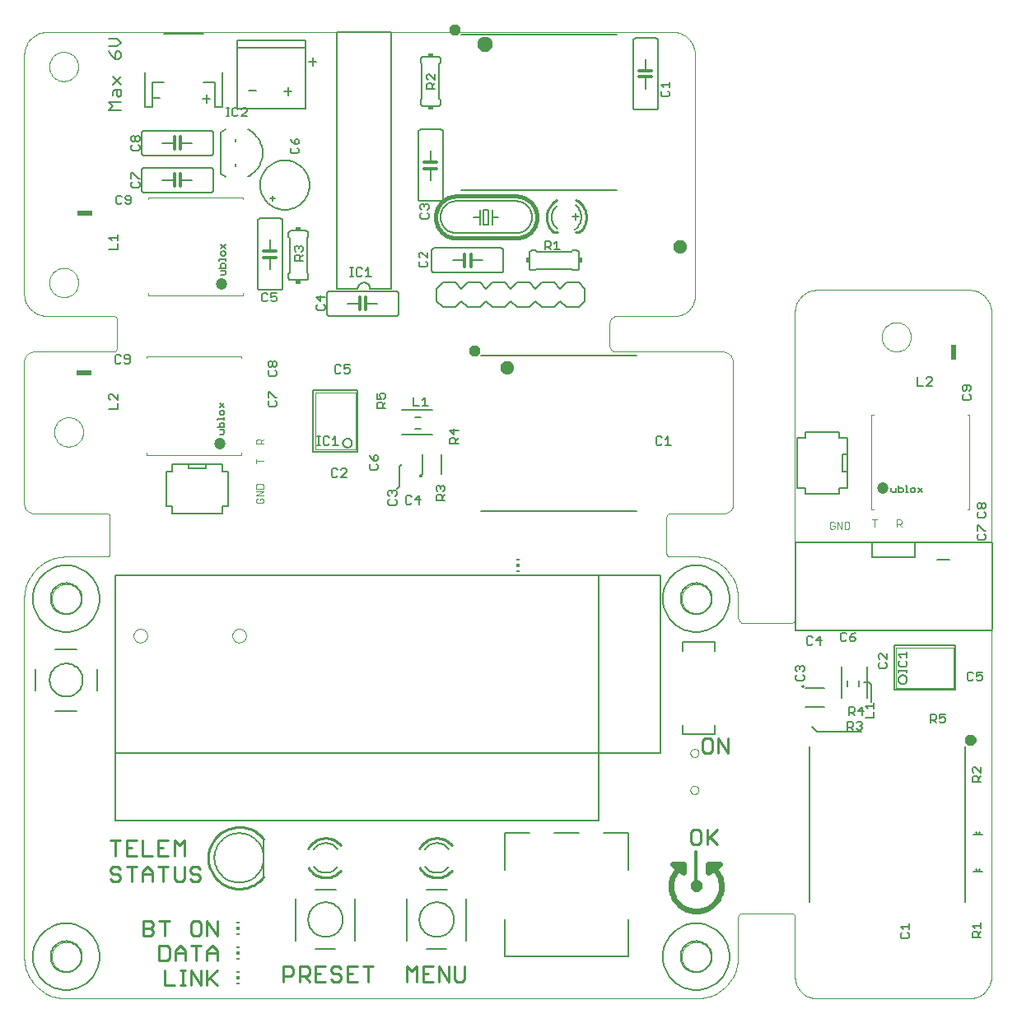
<source format=gto>
G75*
%MOIN*%
%OFA0B0*%
%FSLAX24Y24*%
%IPPOS*%
%LPD*%
%AMOC8*
5,1,8,0,0,1.08239X$1,22.5*
%
%ADD10C,0.0090*%
%ADD11C,0.0240*%
%ADD12C,0.0120*%
%ADD13C,0.0000*%
%ADD14C,0.0070*%
%ADD15C,0.0040*%
%ADD16C,0.0050*%
%ADD17C,0.0320*%
%ADD18C,0.0080*%
%ADD19C,0.0060*%
%ADD20C,0.0100*%
%ADD21R,0.0118X0.0059*%
%ADD22R,0.0118X0.0118*%
%ADD23C,0.0020*%
%ADD24C,0.0039*%
%ADD25C,0.0472*%
%ADD26R,0.0236X0.0591*%
%ADD27R,0.0591X0.0236*%
%ADD28R,0.0150X0.0200*%
%ADD29C,0.0160*%
%ADD30R,0.0200X0.0150*%
D10*
X006202Y006396D02*
X006508Y006396D01*
X006609Y006497D01*
X006609Y006599D01*
X006508Y006701D01*
X006202Y006701D01*
X006202Y006396D02*
X006202Y007006D01*
X006508Y007006D01*
X006609Y006904D01*
X006609Y006803D01*
X006508Y006701D01*
X006847Y007006D02*
X007254Y007006D01*
X007050Y007006D02*
X007050Y006396D01*
X007152Y006006D02*
X006847Y006006D01*
X006847Y005396D01*
X007152Y005396D01*
X007254Y005497D01*
X007254Y005904D01*
X007152Y006006D01*
X007491Y005803D02*
X007491Y005396D01*
X007491Y005701D02*
X007898Y005701D01*
X007898Y005803D02*
X007898Y005396D01*
X007910Y005006D02*
X007706Y005006D01*
X007808Y005006D02*
X007808Y004396D01*
X007706Y004396D02*
X007910Y004396D01*
X008136Y004396D02*
X008136Y005006D01*
X008543Y004396D01*
X008543Y005006D01*
X008780Y005006D02*
X008780Y004396D01*
X008780Y004599D02*
X009187Y005006D01*
X009187Y005396D02*
X009187Y005803D01*
X008984Y006006D01*
X008780Y005803D01*
X008780Y005396D01*
X008780Y005701D02*
X009187Y005701D01*
X009187Y006396D02*
X009187Y007006D01*
X008780Y007006D02*
X009187Y006396D01*
X008780Y006396D02*
X008780Y007006D01*
X008543Y006904D02*
X008441Y007006D01*
X008238Y007006D01*
X008136Y006904D01*
X008136Y006497D01*
X008238Y006396D01*
X008441Y006396D01*
X008543Y006497D01*
X008543Y006904D01*
X008543Y006006D02*
X008136Y006006D01*
X008339Y006006D02*
X008339Y005396D01*
X007898Y005803D02*
X007695Y006006D01*
X007491Y005803D01*
X007062Y005006D02*
X007062Y004396D01*
X007469Y004396D01*
X008882Y004701D02*
X009187Y004396D01*
X011875Y004546D02*
X011875Y005156D01*
X012180Y005156D01*
X012282Y005054D01*
X012282Y004851D01*
X012180Y004749D01*
X011875Y004749D01*
X012520Y004749D02*
X012825Y004749D01*
X012927Y004851D01*
X012927Y005054D01*
X012825Y005156D01*
X012520Y005156D01*
X012520Y004546D01*
X012723Y004749D02*
X012927Y004546D01*
X013164Y004546D02*
X013571Y004546D01*
X013809Y004647D02*
X013910Y004546D01*
X014114Y004546D01*
X014216Y004647D01*
X014216Y004749D01*
X014114Y004851D01*
X013910Y004851D01*
X013809Y004953D01*
X013809Y005054D01*
X013910Y005156D01*
X014114Y005156D01*
X014216Y005054D01*
X014453Y005156D02*
X014453Y004546D01*
X014860Y004546D01*
X014657Y004851D02*
X014453Y004851D01*
X014453Y005156D02*
X014860Y005156D01*
X015098Y005156D02*
X015505Y005156D01*
X015301Y005156D02*
X015301Y004546D01*
X016875Y004546D02*
X016875Y005156D01*
X017079Y004953D01*
X017282Y005156D01*
X017282Y004546D01*
X017520Y004546D02*
X017520Y005156D01*
X017927Y005156D01*
X018164Y005156D02*
X018571Y004546D01*
X018571Y005156D01*
X018809Y005156D02*
X018809Y004647D01*
X018910Y004546D01*
X019114Y004546D01*
X019216Y004647D01*
X019216Y005156D01*
X018164Y005156D02*
X018164Y004546D01*
X017927Y004546D02*
X017520Y004546D01*
X017520Y004851D02*
X017723Y004851D01*
X013571Y005156D02*
X013164Y005156D01*
X013164Y004546D01*
X013164Y004851D02*
X013368Y004851D01*
X008505Y008697D02*
X008403Y008596D01*
X008200Y008596D01*
X008098Y008697D01*
X008200Y008901D02*
X008403Y008901D01*
X008505Y008799D01*
X008505Y008697D01*
X008200Y008901D02*
X008098Y009003D01*
X008098Y009104D01*
X008200Y009206D01*
X008403Y009206D01*
X008505Y009104D01*
X007860Y009206D02*
X007860Y008697D01*
X007758Y008596D01*
X007555Y008596D01*
X007453Y008697D01*
X007453Y009206D01*
X007216Y009206D02*
X006809Y009206D01*
X007012Y009206D02*
X007012Y008596D01*
X006571Y008596D02*
X006571Y009003D01*
X006368Y009206D01*
X006164Y009003D01*
X006164Y008596D01*
X006164Y008901D02*
X006571Y008901D01*
X005927Y009206D02*
X005520Y009206D01*
X005723Y009206D02*
X005723Y008596D01*
X005282Y008697D02*
X005180Y008596D01*
X004977Y008596D01*
X004875Y008697D01*
X004977Y008901D02*
X004875Y009003D01*
X004875Y009104D01*
X004977Y009206D01*
X005180Y009206D01*
X005282Y009104D01*
X005180Y008901D02*
X005282Y008799D01*
X005282Y008697D01*
X005180Y008901D02*
X004977Y008901D01*
X005079Y009646D02*
X005079Y010256D01*
X005282Y010256D02*
X004875Y010256D01*
X005520Y010256D02*
X005520Y009646D01*
X005927Y009646D01*
X006164Y009646D02*
X006571Y009646D01*
X006809Y009646D02*
X006809Y010256D01*
X007216Y010256D01*
X007453Y010256D02*
X007657Y010053D01*
X007860Y010256D01*
X007860Y009646D01*
X007453Y009646D02*
X007453Y010256D01*
X007012Y009951D02*
X006809Y009951D01*
X006809Y009646D02*
X007216Y009646D01*
X006164Y009646D02*
X006164Y010256D01*
X005927Y010256D02*
X005520Y010256D01*
X005520Y009951D02*
X005723Y009951D01*
X028375Y010197D02*
X028477Y010096D01*
X028680Y010096D01*
X028782Y010197D01*
X028782Y010604D01*
X028680Y010706D01*
X028477Y010706D01*
X028375Y010604D01*
X028375Y010197D01*
X029020Y010096D02*
X029020Y010706D01*
X029121Y010401D02*
X029427Y010096D01*
X029020Y010299D02*
X029427Y010706D01*
X029470Y013796D02*
X029470Y014406D01*
X029877Y013796D01*
X029877Y014406D01*
X029232Y014304D02*
X029232Y013897D01*
X029130Y013796D01*
X028927Y013796D01*
X028825Y013897D01*
X028825Y014304D01*
X028927Y014406D01*
X029130Y014406D01*
X029232Y014304D01*
D11*
X029080Y009301D02*
X029530Y009301D01*
X029080Y008951D01*
X029080Y009251D01*
X028455Y008426D02*
X028457Y008448D01*
X028463Y008469D01*
X028472Y008488D01*
X028484Y008506D01*
X028500Y008522D01*
X028517Y008534D01*
X028537Y008543D01*
X028558Y008549D01*
X028580Y008551D01*
X028602Y008549D01*
X028623Y008543D01*
X028642Y008534D01*
X028660Y008522D01*
X028676Y008506D01*
X028688Y008488D01*
X028697Y008469D01*
X028703Y008448D01*
X028705Y008426D01*
X028703Y008404D01*
X028697Y008383D01*
X028688Y008364D01*
X028676Y008346D01*
X028660Y008330D01*
X028643Y008318D01*
X028623Y008309D01*
X028602Y008303D01*
X028580Y008301D01*
X028558Y008303D01*
X028537Y008309D01*
X028517Y008318D01*
X028500Y008330D01*
X028484Y008346D01*
X028472Y008363D01*
X028463Y008383D01*
X028457Y008404D01*
X028455Y008426D01*
X028080Y009301D02*
X028026Y009268D01*
X027974Y009232D01*
X027924Y009193D01*
X027877Y009151D01*
X027833Y009106D01*
X027791Y009059D01*
X027753Y009009D01*
X027718Y008957D01*
X027686Y008902D01*
X027657Y008846D01*
X027632Y008788D01*
X027610Y008729D01*
X027593Y008668D01*
X027579Y008607D01*
X027569Y008545D01*
X027562Y008482D01*
X027560Y008419D01*
X027562Y008356D01*
X027567Y008293D01*
X027576Y008230D01*
X027589Y008169D01*
X027606Y008108D01*
X027627Y008048D01*
X027651Y007990D01*
X027679Y007934D01*
X027710Y007879D01*
X027745Y007826D01*
X027783Y007776D01*
X027824Y007727D01*
X027868Y007682D01*
X027914Y007639D01*
X027963Y007600D01*
X028014Y007563D01*
X028068Y007530D01*
X028124Y007500D01*
X028181Y007473D01*
X028240Y007450D01*
X028300Y007431D01*
X028361Y007416D01*
X028423Y007404D01*
X028485Y007396D01*
X028548Y007392D01*
X028612Y007392D01*
X028675Y007396D01*
X028737Y007404D01*
X028799Y007416D01*
X028860Y007431D01*
X028920Y007450D01*
X028979Y007473D01*
X029036Y007500D01*
X029092Y007530D01*
X029146Y007563D01*
X029197Y007600D01*
X029246Y007639D01*
X029292Y007682D01*
X029336Y007727D01*
X029377Y007776D01*
X029415Y007826D01*
X029450Y007879D01*
X029481Y007934D01*
X029509Y007990D01*
X029533Y008048D01*
X029554Y008108D01*
X029571Y008169D01*
X029584Y008230D01*
X029593Y008293D01*
X029598Y008356D01*
X029600Y008419D01*
X029598Y008482D01*
X029591Y008545D01*
X029581Y008607D01*
X029567Y008668D01*
X029550Y008729D01*
X029528Y008788D01*
X029503Y008846D01*
X029474Y008902D01*
X029442Y008957D01*
X029407Y009009D01*
X029369Y009059D01*
X029327Y009106D01*
X029283Y009151D01*
X029236Y009193D01*
X029186Y009232D01*
X029134Y009268D01*
X029080Y009301D01*
X028080Y009301D02*
X028080Y008951D01*
X027630Y009301D01*
X028080Y009301D01*
X039565Y014333D02*
X039567Y014354D01*
X039573Y014374D01*
X039582Y014392D01*
X039594Y014409D01*
X039610Y014423D01*
X039628Y014434D01*
X039647Y014442D01*
X039668Y014446D01*
X039688Y014446D01*
X039709Y014442D01*
X039728Y014434D01*
X039746Y014423D01*
X039762Y014409D01*
X039774Y014392D01*
X039783Y014374D01*
X039789Y014354D01*
X039791Y014333D01*
X039789Y014312D01*
X039783Y014292D01*
X039774Y014274D01*
X039762Y014257D01*
X039746Y014243D01*
X039728Y014232D01*
X039709Y014224D01*
X039688Y014220D01*
X039668Y014220D01*
X039647Y014224D01*
X039628Y014232D01*
X039610Y014243D01*
X039594Y014257D01*
X039582Y014274D01*
X039573Y014292D01*
X039567Y014312D01*
X039565Y014333D01*
X019484Y030099D02*
X019486Y030120D01*
X019492Y030140D01*
X019501Y030158D01*
X019513Y030175D01*
X019529Y030189D01*
X019547Y030200D01*
X019566Y030208D01*
X019587Y030212D01*
X019607Y030212D01*
X019628Y030208D01*
X019647Y030200D01*
X019665Y030189D01*
X019681Y030175D01*
X019693Y030158D01*
X019702Y030140D01*
X019708Y030120D01*
X019710Y030099D01*
X019708Y030078D01*
X019702Y030058D01*
X019693Y030040D01*
X019681Y030023D01*
X019665Y030009D01*
X019647Y029998D01*
X019628Y029990D01*
X019607Y029986D01*
X019587Y029986D01*
X019566Y029990D01*
X019547Y029998D01*
X019529Y030009D01*
X019513Y030023D01*
X019501Y030040D01*
X019492Y030058D01*
X019486Y030078D01*
X019484Y030099D01*
X018684Y043099D02*
X018686Y043120D01*
X018692Y043140D01*
X018701Y043158D01*
X018713Y043175D01*
X018729Y043189D01*
X018747Y043200D01*
X018766Y043208D01*
X018787Y043212D01*
X018807Y043212D01*
X018828Y043208D01*
X018847Y043200D01*
X018865Y043189D01*
X018881Y043175D01*
X018893Y043158D01*
X018902Y043140D01*
X018908Y043120D01*
X018910Y043099D01*
X018908Y043078D01*
X018902Y043058D01*
X018893Y043040D01*
X018881Y043023D01*
X018865Y043009D01*
X018847Y042998D01*
X018828Y042990D01*
X018807Y042986D01*
X018787Y042986D01*
X018766Y042990D01*
X018747Y042998D01*
X018729Y043009D01*
X018713Y043023D01*
X018701Y043040D01*
X018692Y043058D01*
X018686Y043078D01*
X018684Y043099D01*
D12*
X018080Y037721D02*
X017830Y037721D01*
X017580Y037721D01*
X017580Y037471D02*
X017830Y037471D01*
X018080Y037471D01*
X019210Y034001D02*
X019210Y033751D01*
X019210Y033501D01*
X019460Y033501D02*
X019460Y033751D01*
X019460Y034001D01*
X015210Y032251D02*
X015210Y032001D01*
X015210Y031751D01*
X014960Y031751D02*
X014960Y032001D01*
X014960Y032251D01*
X011580Y033871D02*
X011330Y033871D01*
X011080Y033871D01*
X011080Y034121D02*
X011330Y034121D01*
X011580Y034121D01*
X007700Y036751D02*
X007700Y037001D01*
X007700Y037251D01*
X007450Y037251D02*
X007450Y037001D01*
X007450Y036751D01*
X007450Y038251D02*
X007450Y038501D01*
X007450Y038751D01*
X007700Y038751D02*
X007700Y038501D01*
X007700Y038251D01*
X026280Y041181D02*
X026530Y041181D01*
X026780Y041181D01*
X026780Y041431D02*
X026530Y041431D01*
X026280Y041431D01*
X028580Y009801D02*
X028580Y008301D01*
D13*
X028580Y003851D02*
X003080Y003851D01*
X002489Y005551D02*
X002491Y005599D01*
X002497Y005647D01*
X002507Y005694D01*
X002520Y005740D01*
X002538Y005785D01*
X002558Y005829D01*
X002583Y005871D01*
X002611Y005910D01*
X002641Y005947D01*
X002675Y005981D01*
X002712Y006013D01*
X002750Y006042D01*
X002791Y006067D01*
X002834Y006089D01*
X002879Y006107D01*
X002925Y006121D01*
X002972Y006132D01*
X003020Y006139D01*
X003068Y006142D01*
X003116Y006141D01*
X003164Y006136D01*
X003212Y006127D01*
X003258Y006115D01*
X003303Y006098D01*
X003347Y006078D01*
X003389Y006055D01*
X003429Y006028D01*
X003467Y005998D01*
X003502Y005965D01*
X003534Y005929D01*
X003564Y005891D01*
X003590Y005850D01*
X003612Y005807D01*
X003632Y005763D01*
X003647Y005718D01*
X003659Y005671D01*
X003667Y005623D01*
X003671Y005575D01*
X003671Y005527D01*
X003667Y005479D01*
X003659Y005431D01*
X003647Y005384D01*
X003632Y005339D01*
X003612Y005295D01*
X003590Y005252D01*
X003564Y005211D01*
X003534Y005173D01*
X003502Y005137D01*
X003467Y005104D01*
X003429Y005074D01*
X003389Y005047D01*
X003347Y005024D01*
X003303Y005004D01*
X003258Y004987D01*
X003212Y004975D01*
X003164Y004966D01*
X003116Y004961D01*
X003068Y004960D01*
X003020Y004963D01*
X002972Y004970D01*
X002925Y004981D01*
X002879Y004995D01*
X002834Y005013D01*
X002791Y005035D01*
X002750Y005060D01*
X002712Y005089D01*
X002675Y005121D01*
X002641Y005155D01*
X002611Y005192D01*
X002583Y005231D01*
X002558Y005273D01*
X002538Y005317D01*
X002520Y005362D01*
X002507Y005408D01*
X002497Y005455D01*
X002491Y005503D01*
X002489Y005551D01*
X001380Y005551D02*
X001382Y005470D01*
X001388Y005389D01*
X001397Y005309D01*
X001411Y005229D01*
X001428Y005150D01*
X001449Y005072D01*
X001473Y004995D01*
X001502Y004919D01*
X001534Y004845D01*
X001569Y004772D01*
X001608Y004701D01*
X001650Y004632D01*
X001695Y004565D01*
X001744Y004500D01*
X001795Y004438D01*
X001850Y004378D01*
X001907Y004321D01*
X001967Y004266D01*
X002029Y004215D01*
X002094Y004166D01*
X002161Y004121D01*
X002230Y004079D01*
X002301Y004040D01*
X002374Y004005D01*
X002448Y003973D01*
X002524Y003944D01*
X002601Y003920D01*
X002679Y003899D01*
X002758Y003882D01*
X002838Y003868D01*
X002918Y003859D01*
X002999Y003853D01*
X003080Y003851D01*
X001380Y005551D02*
X001380Y020051D01*
X002489Y020051D02*
X002491Y020099D01*
X002497Y020147D01*
X002507Y020194D01*
X002520Y020240D01*
X002538Y020285D01*
X002558Y020329D01*
X002583Y020371D01*
X002611Y020410D01*
X002641Y020447D01*
X002675Y020481D01*
X002712Y020513D01*
X002750Y020542D01*
X002791Y020567D01*
X002834Y020589D01*
X002879Y020607D01*
X002925Y020621D01*
X002972Y020632D01*
X003020Y020639D01*
X003068Y020642D01*
X003116Y020641D01*
X003164Y020636D01*
X003212Y020627D01*
X003258Y020615D01*
X003303Y020598D01*
X003347Y020578D01*
X003389Y020555D01*
X003429Y020528D01*
X003467Y020498D01*
X003502Y020465D01*
X003534Y020429D01*
X003564Y020391D01*
X003590Y020350D01*
X003612Y020307D01*
X003632Y020263D01*
X003647Y020218D01*
X003659Y020171D01*
X003667Y020123D01*
X003671Y020075D01*
X003671Y020027D01*
X003667Y019979D01*
X003659Y019931D01*
X003647Y019884D01*
X003632Y019839D01*
X003612Y019795D01*
X003590Y019752D01*
X003564Y019711D01*
X003534Y019673D01*
X003502Y019637D01*
X003467Y019604D01*
X003429Y019574D01*
X003389Y019547D01*
X003347Y019524D01*
X003303Y019504D01*
X003258Y019487D01*
X003212Y019475D01*
X003164Y019466D01*
X003116Y019461D01*
X003068Y019460D01*
X003020Y019463D01*
X002972Y019470D01*
X002925Y019481D01*
X002879Y019495D01*
X002834Y019513D01*
X002791Y019535D01*
X002750Y019560D01*
X002712Y019589D01*
X002675Y019621D01*
X002641Y019655D01*
X002611Y019692D01*
X002583Y019731D01*
X002558Y019773D01*
X002538Y019817D01*
X002520Y019862D01*
X002507Y019908D01*
X002497Y019955D01*
X002491Y020003D01*
X002489Y020051D01*
X001380Y020051D02*
X001382Y020132D01*
X001388Y020213D01*
X001397Y020293D01*
X001411Y020373D01*
X001428Y020452D01*
X001449Y020530D01*
X001473Y020607D01*
X001502Y020683D01*
X001534Y020757D01*
X001569Y020830D01*
X001608Y020901D01*
X001650Y020970D01*
X001695Y021037D01*
X001744Y021102D01*
X001795Y021164D01*
X001850Y021224D01*
X001907Y021281D01*
X001967Y021336D01*
X002029Y021387D01*
X002094Y021436D01*
X002161Y021481D01*
X002230Y021523D01*
X002301Y021562D01*
X002374Y021597D01*
X002448Y021629D01*
X002524Y021658D01*
X002601Y021682D01*
X002679Y021703D01*
X002758Y021720D01*
X002838Y021734D01*
X002918Y021743D01*
X002999Y021749D01*
X003080Y021751D01*
X004730Y021751D01*
X004747Y021753D01*
X004764Y021757D01*
X004780Y021764D01*
X004794Y021774D01*
X004807Y021787D01*
X004817Y021801D01*
X004824Y021817D01*
X004828Y021834D01*
X004830Y021851D01*
X004830Y023401D01*
X004828Y023418D01*
X004824Y023435D01*
X004817Y023451D01*
X004807Y023465D01*
X004794Y023478D01*
X004780Y023488D01*
X004764Y023495D01*
X004747Y023499D01*
X004730Y023501D01*
X001780Y023501D01*
X001741Y023503D01*
X001702Y023509D01*
X001664Y023518D01*
X001627Y023531D01*
X001591Y023548D01*
X001558Y023568D01*
X001526Y023592D01*
X001497Y023618D01*
X001471Y023647D01*
X001447Y023679D01*
X001427Y023712D01*
X001410Y023748D01*
X001397Y023785D01*
X001388Y023823D01*
X001382Y023862D01*
X001380Y023901D01*
X001380Y029651D01*
X001382Y029690D01*
X001388Y029729D01*
X001397Y029767D01*
X001410Y029804D01*
X001427Y029840D01*
X001447Y029873D01*
X001471Y029905D01*
X001497Y029934D01*
X001526Y029960D01*
X001558Y029984D01*
X001591Y030004D01*
X001627Y030021D01*
X001664Y030034D01*
X001702Y030043D01*
X001741Y030049D01*
X001780Y030051D01*
X004980Y030051D01*
X005003Y030053D01*
X005026Y030058D01*
X005048Y030067D01*
X005068Y030080D01*
X005086Y030095D01*
X005101Y030113D01*
X005114Y030133D01*
X005123Y030155D01*
X005128Y030178D01*
X005130Y030201D01*
X005130Y031351D01*
X005128Y031374D01*
X005123Y031397D01*
X005114Y031419D01*
X005101Y031439D01*
X005086Y031457D01*
X005068Y031472D01*
X005048Y031485D01*
X005026Y031494D01*
X005003Y031499D01*
X004980Y031501D01*
X002280Y031501D01*
X002221Y031503D01*
X002163Y031509D01*
X002104Y031518D01*
X002047Y031532D01*
X001991Y031549D01*
X001936Y031570D01*
X001882Y031594D01*
X001830Y031622D01*
X001780Y031653D01*
X001732Y031687D01*
X001687Y031724D01*
X001644Y031765D01*
X001603Y031808D01*
X001566Y031853D01*
X001532Y031901D01*
X001501Y031951D01*
X001473Y032003D01*
X001449Y032057D01*
X001428Y032112D01*
X001411Y032168D01*
X001397Y032225D01*
X001388Y032284D01*
X001382Y032342D01*
X001380Y032401D01*
X001380Y042051D01*
X001381Y042109D01*
X001384Y042167D01*
X001392Y042225D01*
X001403Y042282D01*
X001418Y042338D01*
X001436Y042393D01*
X001458Y042447D01*
X001483Y042500D01*
X001511Y042550D01*
X001542Y042599D01*
X001577Y042646D01*
X001614Y042691D01*
X001654Y042733D01*
X001696Y042773D01*
X001741Y042809D01*
X001788Y042843D01*
X001838Y042874D01*
X001889Y042902D01*
X001941Y042927D01*
X001995Y042948D01*
X002051Y042965D01*
X002107Y042980D01*
X002164Y042990D01*
X002222Y042997D01*
X002280Y043001D01*
X027630Y043001D01*
X027689Y042999D01*
X027747Y042993D01*
X027806Y042984D01*
X027863Y042970D01*
X027919Y042953D01*
X027974Y042932D01*
X028028Y042908D01*
X028080Y042880D01*
X028130Y042849D01*
X028178Y042815D01*
X028223Y042778D01*
X028266Y042737D01*
X028307Y042694D01*
X028344Y042649D01*
X028378Y042601D01*
X028409Y042551D01*
X028437Y042499D01*
X028461Y042445D01*
X028482Y042390D01*
X028499Y042334D01*
X028513Y042277D01*
X028522Y042218D01*
X028528Y042160D01*
X028530Y042101D01*
X028530Y032251D01*
X028523Y032195D01*
X028512Y032139D01*
X028497Y032085D01*
X028479Y032031D01*
X028457Y031979D01*
X028431Y031929D01*
X028403Y031880D01*
X028371Y031834D01*
X028335Y031789D01*
X028297Y031747D01*
X028256Y031708D01*
X028213Y031672D01*
X028167Y031639D01*
X028119Y031609D01*
X028069Y031582D01*
X028018Y031559D01*
X027965Y031540D01*
X027911Y031524D01*
X027855Y031512D01*
X027799Y031503D01*
X027743Y031499D01*
X027686Y031498D01*
X027630Y031501D01*
X025380Y031501D01*
X025346Y031499D01*
X025313Y031493D01*
X025281Y031484D01*
X025250Y031471D01*
X025220Y031455D01*
X025193Y031436D01*
X025168Y031413D01*
X025145Y031388D01*
X025126Y031361D01*
X025110Y031331D01*
X025097Y031300D01*
X025088Y031268D01*
X025082Y031235D01*
X025080Y031201D01*
X025080Y030301D01*
X025082Y030271D01*
X025087Y030241D01*
X025096Y030212D01*
X025109Y030185D01*
X025124Y030159D01*
X025143Y030135D01*
X025164Y030114D01*
X025188Y030095D01*
X025214Y030080D01*
X025241Y030067D01*
X025270Y030058D01*
X025300Y030053D01*
X025330Y030051D01*
X029580Y030051D01*
X029622Y030054D01*
X029664Y030053D01*
X029705Y030048D01*
X029746Y030039D01*
X029786Y030026D01*
X029824Y030010D01*
X029861Y029990D01*
X029896Y029967D01*
X029929Y029941D01*
X029959Y029912D01*
X029986Y029881D01*
X030011Y029846D01*
X030032Y029810D01*
X030049Y029772D01*
X030063Y029733D01*
X030074Y029692D01*
X030080Y029651D01*
X030080Y023901D01*
X030078Y023862D01*
X030072Y023823D01*
X030063Y023785D01*
X030050Y023748D01*
X030033Y023712D01*
X030013Y023679D01*
X029989Y023647D01*
X029963Y023618D01*
X029934Y023592D01*
X029902Y023568D01*
X029869Y023548D01*
X029833Y023531D01*
X029796Y023518D01*
X029758Y023509D01*
X029719Y023503D01*
X029680Y023501D01*
X027530Y023501D01*
X027507Y023499D01*
X027484Y023494D01*
X027462Y023485D01*
X027442Y023472D01*
X027424Y023457D01*
X027409Y023439D01*
X027396Y023419D01*
X027387Y023397D01*
X027382Y023374D01*
X027380Y023351D01*
X027380Y021901D01*
X027382Y021878D01*
X027387Y021855D01*
X027396Y021833D01*
X027409Y021813D01*
X027424Y021795D01*
X027442Y021780D01*
X027462Y021767D01*
X027484Y021758D01*
X027507Y021753D01*
X027530Y021751D01*
X028580Y021751D01*
X027989Y020051D02*
X027991Y020099D01*
X027997Y020147D01*
X028007Y020194D01*
X028020Y020240D01*
X028038Y020285D01*
X028058Y020329D01*
X028083Y020371D01*
X028111Y020410D01*
X028141Y020447D01*
X028175Y020481D01*
X028212Y020513D01*
X028250Y020542D01*
X028291Y020567D01*
X028334Y020589D01*
X028379Y020607D01*
X028425Y020621D01*
X028472Y020632D01*
X028520Y020639D01*
X028568Y020642D01*
X028616Y020641D01*
X028664Y020636D01*
X028712Y020627D01*
X028758Y020615D01*
X028803Y020598D01*
X028847Y020578D01*
X028889Y020555D01*
X028929Y020528D01*
X028967Y020498D01*
X029002Y020465D01*
X029034Y020429D01*
X029064Y020391D01*
X029090Y020350D01*
X029112Y020307D01*
X029132Y020263D01*
X029147Y020218D01*
X029159Y020171D01*
X029167Y020123D01*
X029171Y020075D01*
X029171Y020027D01*
X029167Y019979D01*
X029159Y019931D01*
X029147Y019884D01*
X029132Y019839D01*
X029112Y019795D01*
X029090Y019752D01*
X029064Y019711D01*
X029034Y019673D01*
X029002Y019637D01*
X028967Y019604D01*
X028929Y019574D01*
X028889Y019547D01*
X028847Y019524D01*
X028803Y019504D01*
X028758Y019487D01*
X028712Y019475D01*
X028664Y019466D01*
X028616Y019461D01*
X028568Y019460D01*
X028520Y019463D01*
X028472Y019470D01*
X028425Y019481D01*
X028379Y019495D01*
X028334Y019513D01*
X028291Y019535D01*
X028250Y019560D01*
X028212Y019589D01*
X028175Y019621D01*
X028141Y019655D01*
X028111Y019692D01*
X028083Y019731D01*
X028058Y019773D01*
X028038Y019817D01*
X028020Y019862D01*
X028007Y019908D01*
X027997Y019955D01*
X027991Y020003D01*
X027989Y020051D01*
X028580Y021751D02*
X028661Y021749D01*
X028742Y021743D01*
X028822Y021734D01*
X028902Y021720D01*
X028981Y021703D01*
X029059Y021682D01*
X029136Y021658D01*
X029212Y021629D01*
X029286Y021597D01*
X029359Y021562D01*
X029430Y021523D01*
X029499Y021481D01*
X029566Y021436D01*
X029631Y021387D01*
X029693Y021336D01*
X029753Y021281D01*
X029810Y021224D01*
X029865Y021164D01*
X029916Y021102D01*
X029965Y021037D01*
X030010Y020970D01*
X030052Y020901D01*
X030091Y020830D01*
X030126Y020757D01*
X030158Y020683D01*
X030187Y020607D01*
X030211Y020530D01*
X030232Y020452D01*
X030249Y020373D01*
X030263Y020293D01*
X030272Y020213D01*
X030278Y020132D01*
X030280Y020051D01*
X030280Y019301D01*
X030282Y019271D01*
X030287Y019241D01*
X030296Y019212D01*
X030309Y019185D01*
X030324Y019159D01*
X030343Y019135D01*
X030364Y019114D01*
X030388Y019095D01*
X030414Y019080D01*
X030441Y019067D01*
X030470Y019058D01*
X030500Y019053D01*
X030530Y019051D01*
X032380Y019051D01*
X032406Y019053D01*
X032432Y019058D01*
X032457Y019066D01*
X032480Y019078D01*
X032502Y019092D01*
X032521Y019110D01*
X032539Y019129D01*
X032553Y019151D01*
X032565Y019174D01*
X032573Y019199D01*
X032578Y019225D01*
X032580Y019251D01*
X032580Y031651D01*
X032582Y031710D01*
X032588Y031768D01*
X032597Y031827D01*
X032611Y031884D01*
X032628Y031940D01*
X032649Y031995D01*
X032673Y032049D01*
X032701Y032101D01*
X032732Y032151D01*
X032766Y032199D01*
X032803Y032244D01*
X032844Y032287D01*
X032887Y032328D01*
X032932Y032365D01*
X032980Y032399D01*
X033030Y032430D01*
X033082Y032458D01*
X033136Y032482D01*
X033191Y032503D01*
X033247Y032520D01*
X033304Y032534D01*
X033363Y032543D01*
X033421Y032549D01*
X033480Y032551D01*
X039630Y032551D01*
X039689Y032549D01*
X039747Y032543D01*
X039806Y032534D01*
X039863Y032520D01*
X039919Y032503D01*
X039974Y032482D01*
X040028Y032458D01*
X040080Y032430D01*
X040130Y032399D01*
X040178Y032365D01*
X040223Y032328D01*
X040266Y032287D01*
X040307Y032244D01*
X040344Y032199D01*
X040378Y032151D01*
X040409Y032101D01*
X040437Y032049D01*
X040461Y031995D01*
X040482Y031940D01*
X040499Y031884D01*
X040513Y031827D01*
X040522Y031768D01*
X040528Y031710D01*
X040530Y031651D01*
X040530Y004751D01*
X040528Y004692D01*
X040522Y004634D01*
X040513Y004575D01*
X040499Y004518D01*
X040482Y004462D01*
X040461Y004407D01*
X040437Y004353D01*
X040409Y004301D01*
X040378Y004251D01*
X040344Y004203D01*
X040307Y004158D01*
X040266Y004115D01*
X040223Y004074D01*
X040178Y004037D01*
X040130Y004003D01*
X040080Y003972D01*
X040028Y003944D01*
X039974Y003920D01*
X039919Y003899D01*
X039863Y003882D01*
X039806Y003868D01*
X039747Y003859D01*
X039689Y003853D01*
X039630Y003851D01*
X033480Y003851D01*
X033421Y003853D01*
X033363Y003859D01*
X033304Y003868D01*
X033247Y003882D01*
X033191Y003899D01*
X033136Y003920D01*
X033082Y003944D01*
X033030Y003972D01*
X032980Y004003D01*
X032932Y004037D01*
X032887Y004074D01*
X032844Y004115D01*
X032803Y004158D01*
X032766Y004203D01*
X032732Y004251D01*
X032701Y004301D01*
X032673Y004353D01*
X032649Y004407D01*
X032628Y004462D01*
X032611Y004518D01*
X032597Y004575D01*
X032588Y004634D01*
X032582Y004692D01*
X032580Y004751D01*
X032580Y007151D01*
X032578Y007174D01*
X032573Y007197D01*
X032564Y007219D01*
X032551Y007239D01*
X032536Y007257D01*
X032518Y007272D01*
X032498Y007285D01*
X032476Y007294D01*
X032453Y007299D01*
X032430Y007301D01*
X030430Y007301D01*
X030407Y007299D01*
X030384Y007294D01*
X030362Y007285D01*
X030342Y007272D01*
X030324Y007257D01*
X030309Y007239D01*
X030296Y007219D01*
X030287Y007197D01*
X030282Y007174D01*
X030280Y007151D01*
X030280Y005551D01*
X027989Y005551D02*
X027991Y005599D01*
X027997Y005647D01*
X028007Y005694D01*
X028020Y005740D01*
X028038Y005785D01*
X028058Y005829D01*
X028083Y005871D01*
X028111Y005910D01*
X028141Y005947D01*
X028175Y005981D01*
X028212Y006013D01*
X028250Y006042D01*
X028291Y006067D01*
X028334Y006089D01*
X028379Y006107D01*
X028425Y006121D01*
X028472Y006132D01*
X028520Y006139D01*
X028568Y006142D01*
X028616Y006141D01*
X028664Y006136D01*
X028712Y006127D01*
X028758Y006115D01*
X028803Y006098D01*
X028847Y006078D01*
X028889Y006055D01*
X028929Y006028D01*
X028967Y005998D01*
X029002Y005965D01*
X029034Y005929D01*
X029064Y005891D01*
X029090Y005850D01*
X029112Y005807D01*
X029132Y005763D01*
X029147Y005718D01*
X029159Y005671D01*
X029167Y005623D01*
X029171Y005575D01*
X029171Y005527D01*
X029167Y005479D01*
X029159Y005431D01*
X029147Y005384D01*
X029132Y005339D01*
X029112Y005295D01*
X029090Y005252D01*
X029064Y005211D01*
X029034Y005173D01*
X029002Y005137D01*
X028967Y005104D01*
X028929Y005074D01*
X028889Y005047D01*
X028847Y005024D01*
X028803Y005004D01*
X028758Y004987D01*
X028712Y004975D01*
X028664Y004966D01*
X028616Y004961D01*
X028568Y004960D01*
X028520Y004963D01*
X028472Y004970D01*
X028425Y004981D01*
X028379Y004995D01*
X028334Y005013D01*
X028291Y005035D01*
X028250Y005060D01*
X028212Y005089D01*
X028175Y005121D01*
X028141Y005155D01*
X028111Y005192D01*
X028083Y005231D01*
X028058Y005273D01*
X028038Y005317D01*
X028020Y005362D01*
X028007Y005408D01*
X027997Y005455D01*
X027991Y005503D01*
X027989Y005551D01*
X028580Y003851D02*
X028661Y003853D01*
X028742Y003859D01*
X028822Y003868D01*
X028902Y003882D01*
X028981Y003899D01*
X029059Y003920D01*
X029136Y003944D01*
X029212Y003973D01*
X029286Y004005D01*
X029359Y004040D01*
X029430Y004079D01*
X029499Y004121D01*
X029566Y004166D01*
X029631Y004215D01*
X029693Y004266D01*
X029753Y004321D01*
X029810Y004378D01*
X029865Y004438D01*
X029916Y004500D01*
X029965Y004565D01*
X030010Y004632D01*
X030052Y004701D01*
X030091Y004772D01*
X030126Y004845D01*
X030158Y004919D01*
X030187Y004995D01*
X030211Y005072D01*
X030232Y005150D01*
X030249Y005229D01*
X030263Y005309D01*
X030272Y005389D01*
X030278Y005470D01*
X030280Y005551D01*
X034380Y003851D02*
X038780Y003851D01*
X028347Y012303D02*
X028349Y012328D01*
X028355Y012353D01*
X028364Y012377D01*
X028377Y012399D01*
X028394Y012419D01*
X028413Y012436D01*
X028434Y012450D01*
X028458Y012460D01*
X028482Y012467D01*
X028508Y012470D01*
X028533Y012469D01*
X028558Y012464D01*
X028582Y012455D01*
X028605Y012443D01*
X028625Y012428D01*
X028643Y012409D01*
X028658Y012388D01*
X028669Y012365D01*
X028677Y012341D01*
X028681Y012316D01*
X028681Y012290D01*
X028677Y012265D01*
X028669Y012241D01*
X028658Y012218D01*
X028643Y012197D01*
X028625Y012178D01*
X028605Y012163D01*
X028582Y012151D01*
X028558Y012142D01*
X028533Y012137D01*
X028508Y012136D01*
X028482Y012139D01*
X028458Y012146D01*
X028434Y012156D01*
X028413Y012170D01*
X028394Y012187D01*
X028377Y012207D01*
X028364Y012229D01*
X028355Y012253D01*
X028349Y012278D01*
X028347Y012303D01*
X028347Y013799D02*
X028349Y013824D01*
X028355Y013849D01*
X028364Y013873D01*
X028377Y013895D01*
X028394Y013915D01*
X028413Y013932D01*
X028434Y013946D01*
X028458Y013956D01*
X028482Y013963D01*
X028508Y013966D01*
X028533Y013965D01*
X028558Y013960D01*
X028582Y013951D01*
X028605Y013939D01*
X028625Y013924D01*
X028643Y013905D01*
X028658Y013884D01*
X028669Y013861D01*
X028677Y013837D01*
X028681Y013812D01*
X028681Y013786D01*
X028677Y013761D01*
X028669Y013737D01*
X028658Y013714D01*
X028643Y013693D01*
X028625Y013674D01*
X028605Y013659D01*
X028582Y013647D01*
X028558Y013638D01*
X028533Y013633D01*
X028508Y013632D01*
X028482Y013635D01*
X028458Y013642D01*
X028434Y013652D01*
X028413Y013666D01*
X028394Y013683D01*
X028377Y013703D01*
X028364Y013725D01*
X028355Y013749D01*
X028349Y013774D01*
X028347Y013799D01*
X030080Y024601D02*
X030080Y029001D01*
X028530Y035051D02*
X028530Y039451D01*
X036089Y030651D02*
X036091Y030699D01*
X036097Y030747D01*
X036107Y030794D01*
X036120Y030840D01*
X036138Y030885D01*
X036158Y030929D01*
X036183Y030971D01*
X036211Y031010D01*
X036241Y031047D01*
X036275Y031081D01*
X036312Y031113D01*
X036350Y031142D01*
X036391Y031167D01*
X036434Y031189D01*
X036479Y031207D01*
X036525Y031221D01*
X036572Y031232D01*
X036620Y031239D01*
X036668Y031242D01*
X036716Y031241D01*
X036764Y031236D01*
X036812Y031227D01*
X036858Y031215D01*
X036903Y031198D01*
X036947Y031178D01*
X036989Y031155D01*
X037029Y031128D01*
X037067Y031098D01*
X037102Y031065D01*
X037134Y031029D01*
X037164Y030991D01*
X037190Y030950D01*
X037212Y030907D01*
X037232Y030863D01*
X037247Y030818D01*
X037259Y030771D01*
X037267Y030723D01*
X037271Y030675D01*
X037271Y030627D01*
X037267Y030579D01*
X037259Y030531D01*
X037247Y030484D01*
X037232Y030439D01*
X037212Y030395D01*
X037190Y030352D01*
X037164Y030311D01*
X037134Y030273D01*
X037102Y030237D01*
X037067Y030204D01*
X037029Y030174D01*
X036989Y030147D01*
X036947Y030124D01*
X036903Y030104D01*
X036858Y030087D01*
X036812Y030075D01*
X036764Y030066D01*
X036716Y030061D01*
X036668Y030060D01*
X036620Y030063D01*
X036572Y030070D01*
X036525Y030081D01*
X036479Y030095D01*
X036434Y030113D01*
X036391Y030135D01*
X036350Y030160D01*
X036312Y030189D01*
X036275Y030221D01*
X036241Y030255D01*
X036211Y030292D01*
X036183Y030331D01*
X036158Y030373D01*
X036138Y030417D01*
X036120Y030462D01*
X036107Y030508D01*
X036097Y030555D01*
X036091Y030603D01*
X036089Y030651D01*
X009804Y018551D02*
X009806Y018584D01*
X009812Y018616D01*
X009821Y018647D01*
X009834Y018677D01*
X009851Y018705D01*
X009871Y018731D01*
X009894Y018755D01*
X009919Y018775D01*
X009947Y018793D01*
X009976Y018807D01*
X010007Y018817D01*
X010039Y018824D01*
X010072Y018827D01*
X010105Y018826D01*
X010137Y018821D01*
X010168Y018812D01*
X010199Y018800D01*
X010227Y018784D01*
X010254Y018765D01*
X010278Y018743D01*
X010299Y018718D01*
X010318Y018691D01*
X010333Y018662D01*
X010344Y018632D01*
X010352Y018600D01*
X010356Y018567D01*
X010356Y018535D01*
X010352Y018502D01*
X010344Y018470D01*
X010333Y018440D01*
X010318Y018411D01*
X010299Y018384D01*
X010278Y018359D01*
X010254Y018337D01*
X010227Y018318D01*
X010199Y018302D01*
X010168Y018290D01*
X010137Y018281D01*
X010105Y018276D01*
X010072Y018275D01*
X010039Y018278D01*
X010007Y018285D01*
X009976Y018295D01*
X009947Y018309D01*
X009919Y018327D01*
X009894Y018347D01*
X009871Y018371D01*
X009851Y018397D01*
X009834Y018425D01*
X009821Y018455D01*
X009812Y018486D01*
X009806Y018518D01*
X009804Y018551D01*
X005804Y018551D02*
X005806Y018584D01*
X005812Y018616D01*
X005821Y018647D01*
X005834Y018677D01*
X005851Y018705D01*
X005871Y018731D01*
X005894Y018755D01*
X005919Y018775D01*
X005947Y018793D01*
X005976Y018807D01*
X006007Y018817D01*
X006039Y018824D01*
X006072Y018827D01*
X006105Y018826D01*
X006137Y018821D01*
X006168Y018812D01*
X006199Y018800D01*
X006227Y018784D01*
X006254Y018765D01*
X006278Y018743D01*
X006299Y018718D01*
X006318Y018691D01*
X006333Y018662D01*
X006344Y018632D01*
X006352Y018600D01*
X006356Y018567D01*
X006356Y018535D01*
X006352Y018502D01*
X006344Y018470D01*
X006333Y018440D01*
X006318Y018411D01*
X006299Y018384D01*
X006278Y018359D01*
X006254Y018337D01*
X006227Y018318D01*
X006199Y018302D01*
X006168Y018290D01*
X006137Y018281D01*
X006105Y018276D01*
X006072Y018275D01*
X006039Y018278D01*
X006007Y018285D01*
X005976Y018295D01*
X005947Y018309D01*
X005919Y018327D01*
X005894Y018347D01*
X005871Y018371D01*
X005851Y018397D01*
X005834Y018425D01*
X005821Y018455D01*
X005812Y018486D01*
X005806Y018518D01*
X005804Y018551D01*
X002589Y026801D02*
X002591Y026849D01*
X002597Y026897D01*
X002607Y026944D01*
X002620Y026990D01*
X002638Y027035D01*
X002658Y027079D01*
X002683Y027121D01*
X002711Y027160D01*
X002741Y027197D01*
X002775Y027231D01*
X002812Y027263D01*
X002850Y027292D01*
X002891Y027317D01*
X002934Y027339D01*
X002979Y027357D01*
X003025Y027371D01*
X003072Y027382D01*
X003120Y027389D01*
X003168Y027392D01*
X003216Y027391D01*
X003264Y027386D01*
X003312Y027377D01*
X003358Y027365D01*
X003403Y027348D01*
X003447Y027328D01*
X003489Y027305D01*
X003529Y027278D01*
X003567Y027248D01*
X003602Y027215D01*
X003634Y027179D01*
X003664Y027141D01*
X003690Y027100D01*
X003712Y027057D01*
X003732Y027013D01*
X003747Y026968D01*
X003759Y026921D01*
X003767Y026873D01*
X003771Y026825D01*
X003771Y026777D01*
X003767Y026729D01*
X003759Y026681D01*
X003747Y026634D01*
X003732Y026589D01*
X003712Y026545D01*
X003690Y026502D01*
X003664Y026461D01*
X003634Y026423D01*
X003602Y026387D01*
X003567Y026354D01*
X003529Y026324D01*
X003489Y026297D01*
X003447Y026274D01*
X003403Y026254D01*
X003358Y026237D01*
X003312Y026225D01*
X003264Y026216D01*
X003216Y026211D01*
X003168Y026210D01*
X003120Y026213D01*
X003072Y026220D01*
X003025Y026231D01*
X002979Y026245D01*
X002934Y026263D01*
X002891Y026285D01*
X002850Y026310D01*
X002812Y026339D01*
X002775Y026371D01*
X002741Y026405D01*
X002711Y026442D01*
X002683Y026481D01*
X002658Y026523D01*
X002638Y026567D01*
X002620Y026612D01*
X002607Y026658D01*
X002597Y026705D01*
X002591Y026753D01*
X002589Y026801D01*
X002389Y032851D02*
X002391Y032899D01*
X002397Y032947D01*
X002407Y032994D01*
X002420Y033040D01*
X002438Y033085D01*
X002458Y033129D01*
X002483Y033171D01*
X002511Y033210D01*
X002541Y033247D01*
X002575Y033281D01*
X002612Y033313D01*
X002650Y033342D01*
X002691Y033367D01*
X002734Y033389D01*
X002779Y033407D01*
X002825Y033421D01*
X002872Y033432D01*
X002920Y033439D01*
X002968Y033442D01*
X003016Y033441D01*
X003064Y033436D01*
X003112Y033427D01*
X003158Y033415D01*
X003203Y033398D01*
X003247Y033378D01*
X003289Y033355D01*
X003329Y033328D01*
X003367Y033298D01*
X003402Y033265D01*
X003434Y033229D01*
X003464Y033191D01*
X003490Y033150D01*
X003512Y033107D01*
X003532Y033063D01*
X003547Y033018D01*
X003559Y032971D01*
X003567Y032923D01*
X003571Y032875D01*
X003571Y032827D01*
X003567Y032779D01*
X003559Y032731D01*
X003547Y032684D01*
X003532Y032639D01*
X003512Y032595D01*
X003490Y032552D01*
X003464Y032511D01*
X003434Y032473D01*
X003402Y032437D01*
X003367Y032404D01*
X003329Y032374D01*
X003289Y032347D01*
X003247Y032324D01*
X003203Y032304D01*
X003158Y032287D01*
X003112Y032275D01*
X003064Y032266D01*
X003016Y032261D01*
X002968Y032260D01*
X002920Y032263D01*
X002872Y032270D01*
X002825Y032281D01*
X002779Y032295D01*
X002734Y032313D01*
X002691Y032335D01*
X002650Y032360D01*
X002612Y032389D01*
X002575Y032421D01*
X002541Y032455D01*
X002511Y032492D01*
X002483Y032531D01*
X002458Y032573D01*
X002438Y032617D01*
X002420Y032662D01*
X002407Y032708D01*
X002397Y032755D01*
X002391Y032803D01*
X002389Y032851D01*
X002389Y041601D02*
X002391Y041649D01*
X002397Y041697D01*
X002407Y041744D01*
X002420Y041790D01*
X002438Y041835D01*
X002458Y041879D01*
X002483Y041921D01*
X002511Y041960D01*
X002541Y041997D01*
X002575Y042031D01*
X002612Y042063D01*
X002650Y042092D01*
X002691Y042117D01*
X002734Y042139D01*
X002779Y042157D01*
X002825Y042171D01*
X002872Y042182D01*
X002920Y042189D01*
X002968Y042192D01*
X003016Y042191D01*
X003064Y042186D01*
X003112Y042177D01*
X003158Y042165D01*
X003203Y042148D01*
X003247Y042128D01*
X003289Y042105D01*
X003329Y042078D01*
X003367Y042048D01*
X003402Y042015D01*
X003434Y041979D01*
X003464Y041941D01*
X003490Y041900D01*
X003512Y041857D01*
X003532Y041813D01*
X003547Y041768D01*
X003559Y041721D01*
X003567Y041673D01*
X003571Y041625D01*
X003571Y041577D01*
X003567Y041529D01*
X003559Y041481D01*
X003547Y041434D01*
X003532Y041389D01*
X003512Y041345D01*
X003490Y041302D01*
X003464Y041261D01*
X003434Y041223D01*
X003402Y041187D01*
X003367Y041154D01*
X003329Y041124D01*
X003289Y041097D01*
X003247Y041074D01*
X003203Y041054D01*
X003158Y041037D01*
X003112Y041025D01*
X003064Y041016D01*
X003016Y041011D01*
X002968Y041010D01*
X002920Y041013D01*
X002872Y041020D01*
X002825Y041031D01*
X002779Y041045D01*
X002734Y041063D01*
X002691Y041085D01*
X002650Y041110D01*
X002612Y041139D01*
X002575Y041171D01*
X002541Y041205D01*
X002511Y041242D01*
X002483Y041281D01*
X002458Y041323D01*
X002438Y041367D01*
X002420Y041412D01*
X002407Y041458D01*
X002397Y041505D01*
X002391Y041553D01*
X002389Y041601D01*
D14*
X016680Y025501D02*
X016580Y025401D01*
X016580Y024601D01*
X016480Y024501D01*
X023700Y035385D02*
X023700Y035672D01*
X023556Y035529D02*
X023843Y035529D01*
X035380Y016651D02*
X035580Y016651D01*
X035680Y016551D01*
X035680Y015851D01*
X035280Y014651D02*
X033480Y014651D01*
X033280Y014851D01*
D15*
X034047Y022871D02*
X034140Y022871D01*
X034187Y022917D01*
X034187Y023011D01*
X034093Y023011D01*
X034000Y023104D02*
X034000Y022917D01*
X034047Y022871D01*
X034000Y023104D02*
X034047Y023151D01*
X034140Y023151D01*
X034187Y023104D01*
X034295Y023151D02*
X034481Y022871D01*
X034481Y023151D01*
X034589Y023151D02*
X034729Y023151D01*
X034776Y023104D01*
X034776Y022917D01*
X034729Y022871D01*
X034589Y022871D01*
X034589Y023151D01*
X034295Y023151D02*
X034295Y022871D01*
X035700Y023251D02*
X035887Y023251D01*
X035793Y023251D02*
X035793Y022971D01*
X036700Y022971D02*
X036700Y023251D01*
X036840Y023251D01*
X036887Y023204D01*
X036887Y023111D01*
X036840Y023064D01*
X036700Y023064D01*
X036793Y023064D02*
X036887Y022971D01*
X011060Y023967D02*
X011060Y024061D01*
X011013Y024107D01*
X010920Y024107D01*
X010920Y024014D01*
X011013Y023921D02*
X011060Y023967D01*
X011013Y023921D02*
X010826Y023921D01*
X010780Y023967D01*
X010780Y024061D01*
X010826Y024107D01*
X010780Y024215D02*
X011060Y024402D01*
X010780Y024402D01*
X010780Y024510D02*
X010780Y024650D01*
X010826Y024697D01*
X011013Y024697D01*
X011060Y024650D01*
X011060Y024510D01*
X010780Y024510D01*
X010780Y024215D02*
X011060Y024215D01*
X010780Y025521D02*
X010780Y025707D01*
X010780Y025614D02*
X011060Y025614D01*
X011060Y026321D02*
X010780Y026321D01*
X010780Y026461D01*
X010826Y026507D01*
X010920Y026507D01*
X010967Y026461D01*
X010967Y026321D01*
X010967Y026414D02*
X011060Y026507D01*
D16*
X011313Y027839D02*
X011547Y027839D01*
X011605Y027897D01*
X011605Y028014D01*
X011547Y028073D01*
X011547Y028207D02*
X011605Y028207D01*
X011547Y028207D02*
X011313Y028441D01*
X011255Y028441D01*
X011255Y028207D01*
X011313Y028073D02*
X011255Y028014D01*
X011255Y027897D01*
X011313Y027839D01*
X011313Y029076D02*
X011547Y029076D01*
X011605Y029134D01*
X011605Y029251D01*
X011547Y029309D01*
X011547Y029444D02*
X011488Y029444D01*
X011430Y029502D01*
X011430Y029619D01*
X011488Y029677D01*
X011547Y029677D01*
X011605Y029619D01*
X011605Y029502D01*
X011547Y029444D01*
X011430Y029502D02*
X011371Y029444D01*
X011313Y029444D01*
X011255Y029502D01*
X011255Y029619D01*
X011313Y029677D01*
X011371Y029677D01*
X011430Y029619D01*
X011313Y029309D02*
X011255Y029251D01*
X011255Y029134D01*
X011313Y029076D01*
X009477Y027963D02*
X009297Y027783D01*
X009342Y027669D02*
X009297Y027624D01*
X009297Y027533D01*
X009342Y027488D01*
X009432Y027488D01*
X009477Y027533D01*
X009477Y027624D01*
X009432Y027669D01*
X009342Y027669D01*
X009477Y027783D02*
X009297Y027963D01*
X009477Y027382D02*
X009477Y027292D01*
X009477Y027337D02*
X009207Y027337D01*
X009207Y027292D01*
X009342Y027178D02*
X009297Y027132D01*
X009297Y026997D01*
X009207Y026997D02*
X009477Y026997D01*
X009477Y027132D01*
X009432Y027178D01*
X009342Y027178D01*
X009297Y026883D02*
X009477Y026883D01*
X009477Y026748D01*
X009432Y026703D01*
X009297Y026703D01*
X009384Y025505D02*
X008734Y025505D01*
X008734Y025327D01*
X008026Y025327D01*
X008026Y025505D01*
X007376Y025505D01*
X007376Y025190D01*
X007140Y025190D01*
X007140Y023812D01*
X007356Y023812D01*
X007356Y023497D01*
X009404Y023497D01*
X009404Y023812D01*
X009620Y023812D01*
X009620Y025190D01*
X009384Y025190D01*
X009384Y025505D01*
X008734Y025505D02*
X008026Y025505D01*
X005155Y027739D02*
X005155Y027973D01*
X005155Y028107D02*
X004921Y028341D01*
X004863Y028341D01*
X004805Y028282D01*
X004805Y028166D01*
X004863Y028107D01*
X005155Y028107D02*
X005155Y028341D01*
X005155Y027739D02*
X004805Y027739D01*
X005113Y029576D02*
X005230Y029576D01*
X005289Y029634D01*
X005423Y029634D02*
X005482Y029576D01*
X005598Y029576D01*
X005657Y029634D01*
X005657Y029868D01*
X005598Y029926D01*
X005482Y029926D01*
X005423Y029868D01*
X005423Y029809D01*
X005482Y029751D01*
X005657Y029751D01*
X005289Y029868D02*
X005230Y029926D01*
X005113Y029926D01*
X005055Y029868D01*
X005055Y029634D01*
X005113Y029576D01*
X009347Y033153D02*
X009482Y033153D01*
X009527Y033198D01*
X009527Y033333D01*
X009347Y033333D01*
X009347Y033447D02*
X009347Y033582D01*
X009392Y033628D01*
X009482Y033628D01*
X009527Y033582D01*
X009527Y033447D01*
X009257Y033447D01*
X009257Y033742D02*
X009257Y033787D01*
X009527Y033787D01*
X009527Y033742D02*
X009527Y033832D01*
X009482Y033938D02*
X009527Y033983D01*
X009527Y034074D01*
X009482Y034119D01*
X009392Y034119D01*
X009347Y034074D01*
X009347Y033983D01*
X009392Y033938D01*
X009482Y033938D01*
X009527Y034233D02*
X009347Y034413D01*
X009347Y034233D02*
X009527Y034413D01*
X009330Y037276D02*
X009330Y038925D01*
X009930Y038653D02*
X009930Y038548D01*
X009533Y039051D02*
X009479Y039024D01*
X009428Y038994D01*
X009378Y038961D01*
X009330Y038926D01*
X010427Y039051D02*
X010484Y039022D01*
X010540Y038989D01*
X010593Y038954D01*
X010644Y038914D01*
X010692Y038872D01*
X010738Y038827D01*
X010781Y038780D01*
X010821Y038730D01*
X010858Y038677D01*
X010891Y038622D01*
X010922Y038566D01*
X010948Y038507D01*
X010971Y038447D01*
X010991Y038386D01*
X011006Y038324D01*
X011018Y038261D01*
X011026Y038197D01*
X011030Y038133D01*
X011030Y038069D01*
X011026Y038005D01*
X011018Y037941D01*
X011006Y037878D01*
X010991Y037816D01*
X010971Y037755D01*
X010948Y037695D01*
X010922Y037636D01*
X010891Y037580D01*
X010858Y037525D01*
X010821Y037472D01*
X010781Y037422D01*
X010738Y037375D01*
X010692Y037330D01*
X010644Y037288D01*
X010593Y037248D01*
X010540Y037213D01*
X010484Y037180D01*
X010427Y037151D01*
X009930Y037548D02*
X009930Y037653D01*
X009542Y037146D02*
X009486Y037173D01*
X009432Y037204D01*
X009380Y037238D01*
X009330Y037275D01*
X014013Y029526D02*
X013955Y029468D01*
X013955Y029234D01*
X014013Y029176D01*
X014130Y029176D01*
X014189Y029234D01*
X014323Y029234D02*
X014382Y029176D01*
X014498Y029176D01*
X014557Y029234D01*
X014557Y029351D01*
X014498Y029409D01*
X014440Y029409D01*
X014323Y029351D01*
X014323Y029526D01*
X014557Y029526D01*
X014189Y029468D02*
X014130Y029526D01*
X014013Y029526D01*
X015655Y028377D02*
X015655Y028144D01*
X015830Y028144D01*
X015771Y028261D01*
X015771Y028319D01*
X015830Y028377D01*
X015947Y028377D01*
X016005Y028319D01*
X016005Y028202D01*
X015947Y028144D01*
X016005Y028009D02*
X015888Y027892D01*
X015888Y027951D02*
X015888Y027776D01*
X016005Y027776D02*
X015655Y027776D01*
X015655Y027951D01*
X015713Y028009D01*
X015830Y028009D01*
X015888Y027951D01*
X017118Y027851D02*
X017352Y027851D01*
X017487Y027851D02*
X017720Y027851D01*
X017603Y027851D02*
X017603Y028201D01*
X017487Y028084D01*
X017118Y028201D02*
X017118Y027851D01*
X018605Y026869D02*
X018780Y026694D01*
X018780Y026927D01*
X018955Y026869D02*
X018605Y026869D01*
X018663Y026559D02*
X018605Y026501D01*
X018605Y026326D01*
X018955Y026326D01*
X018838Y026326D02*
X018838Y026501D01*
X018780Y026559D01*
X018663Y026559D01*
X018838Y026442D02*
X018955Y026559D01*
X018274Y025894D02*
X018274Y025107D01*
X018288Y024627D02*
X018347Y024627D01*
X018405Y024569D01*
X018405Y024452D01*
X018347Y024394D01*
X018405Y024259D02*
X018288Y024142D01*
X018288Y024201D02*
X018288Y024026D01*
X018405Y024026D02*
X018055Y024026D01*
X018055Y024201D01*
X018113Y024259D01*
X018230Y024259D01*
X018288Y024201D01*
X018113Y024394D02*
X018055Y024452D01*
X018055Y024569D01*
X018113Y024627D01*
X018171Y024627D01*
X018230Y024569D01*
X018288Y024627D01*
X018230Y024569D02*
X018230Y024511D01*
X017420Y024051D02*
X017187Y024051D01*
X017362Y024226D01*
X017362Y023876D01*
X017052Y023934D02*
X016994Y023876D01*
X016877Y023876D01*
X016818Y023934D01*
X016818Y024168D01*
X016877Y024226D01*
X016994Y024226D01*
X017052Y024168D01*
X016455Y024266D02*
X016397Y024207D01*
X016455Y024266D02*
X016455Y024382D01*
X016397Y024441D01*
X016338Y024441D01*
X016280Y024382D01*
X016280Y024324D01*
X016280Y024382D02*
X016221Y024441D01*
X016163Y024441D01*
X016105Y024382D01*
X016105Y024266D01*
X016163Y024207D01*
X016163Y024073D02*
X016105Y024014D01*
X016105Y023897D01*
X016163Y023839D01*
X016397Y023839D01*
X016455Y023897D01*
X016455Y024014D01*
X016397Y024073D01*
X017399Y025028D02*
X017401Y025038D01*
X017406Y025047D01*
X017415Y025053D01*
X017424Y025056D01*
X017435Y025055D01*
X017444Y025050D01*
X017451Y025043D01*
X017455Y025033D01*
X017455Y025023D01*
X017451Y025013D01*
X017444Y025006D01*
X017435Y025001D01*
X017424Y025000D01*
X017415Y025003D01*
X017406Y025009D01*
X017401Y025018D01*
X017399Y025028D01*
X017486Y025107D02*
X017486Y025894D01*
X015705Y025819D02*
X015647Y025877D01*
X015588Y025877D01*
X015530Y025819D01*
X015530Y025644D01*
X015647Y025644D01*
X015705Y025702D01*
X015705Y025819D01*
X015530Y025644D02*
X015413Y025761D01*
X015355Y025877D01*
X015413Y025509D02*
X015355Y025451D01*
X015355Y025334D01*
X015413Y025276D01*
X015647Y025276D01*
X015705Y025334D01*
X015705Y025451D01*
X015647Y025509D01*
X014420Y025268D02*
X014362Y025326D01*
X014245Y025326D01*
X014187Y025268D01*
X014052Y025268D02*
X013994Y025326D01*
X013877Y025326D01*
X013818Y025268D01*
X013818Y025034D01*
X013877Y024976D01*
X013994Y024976D01*
X014052Y025034D01*
X014187Y024976D02*
X014420Y025209D01*
X014420Y025268D01*
X014420Y024976D02*
X014187Y024976D01*
X014090Y026280D02*
X013857Y026280D01*
X013973Y026280D02*
X013973Y026630D01*
X013857Y026513D01*
X013722Y026572D02*
X013664Y026630D01*
X013547Y026630D01*
X013488Y026572D01*
X013488Y026338D01*
X013547Y026280D01*
X013664Y026280D01*
X013722Y026338D01*
X013360Y026280D02*
X013243Y026280D01*
X013301Y026280D02*
X013301Y026630D01*
X013243Y026630D02*
X013360Y026630D01*
X019880Y023595D02*
X026179Y023595D01*
X025474Y021011D02*
X024647Y021011D01*
X023899Y021011D01*
X006694Y021011D01*
X005080Y021011D01*
X005080Y019358D01*
X005080Y013807D01*
X024647Y013807D01*
X027127Y013807D01*
X027127Y021011D01*
X025474Y021011D01*
X024647Y021011D02*
X024647Y013807D01*
X024647Y011051D01*
X005080Y011051D01*
X005080Y013807D01*
X019880Y029894D02*
X026179Y029894D01*
X027013Y026626D02*
X026955Y026568D01*
X026955Y026334D01*
X027013Y026276D01*
X027130Y026276D01*
X027189Y026334D01*
X027323Y026276D02*
X027557Y026276D01*
X027440Y026276D02*
X027440Y026626D01*
X027323Y026509D01*
X027189Y026568D02*
X027130Y026626D01*
X027013Y026626D01*
X032676Y026574D02*
X032676Y024527D01*
X032991Y024527D01*
X032991Y024310D01*
X034369Y024310D01*
X034369Y024547D01*
X034684Y024547D01*
X034684Y025196D01*
X034507Y025196D01*
X034507Y025905D01*
X034684Y025905D01*
X034684Y026555D01*
X034369Y026555D01*
X034369Y026791D01*
X032991Y026791D01*
X032991Y026574D01*
X032676Y026574D01*
X034684Y025905D02*
X034684Y025196D01*
X036482Y024533D02*
X036482Y024398D01*
X036527Y024353D01*
X036662Y024353D01*
X036662Y024533D01*
X036777Y024533D02*
X036912Y024533D01*
X036957Y024488D01*
X036957Y024398D01*
X036912Y024353D01*
X036777Y024353D01*
X036777Y024624D01*
X037071Y024624D02*
X037116Y024624D01*
X037116Y024353D01*
X037071Y024353D02*
X037161Y024353D01*
X037268Y024398D02*
X037313Y024353D01*
X037403Y024353D01*
X037448Y024398D01*
X037448Y024488D01*
X037403Y024533D01*
X037313Y024533D01*
X037268Y024488D01*
X037268Y024398D01*
X037562Y024353D02*
X037743Y024533D01*
X037743Y024353D02*
X037562Y024533D01*
X039955Y023869D02*
X040013Y023927D01*
X040071Y023927D01*
X040130Y023869D01*
X040130Y023752D01*
X040071Y023694D01*
X040013Y023694D01*
X039955Y023752D01*
X039955Y023869D01*
X040130Y023869D02*
X040188Y023927D01*
X040247Y023927D01*
X040305Y023869D01*
X040305Y023752D01*
X040247Y023694D01*
X040188Y023694D01*
X040130Y023752D01*
X040247Y023559D02*
X040305Y023501D01*
X040305Y023384D01*
X040247Y023326D01*
X040013Y023326D01*
X039955Y023384D01*
X039955Y023501D01*
X040013Y023559D01*
X040013Y023027D02*
X040247Y022794D01*
X040305Y022794D01*
X040247Y022659D02*
X040305Y022601D01*
X040305Y022484D01*
X040247Y022426D01*
X040013Y022426D01*
X039955Y022484D01*
X039955Y022601D01*
X040013Y022659D01*
X039955Y022794D02*
X039955Y023027D01*
X040013Y023027D01*
X039647Y028089D02*
X039705Y028147D01*
X039705Y028264D01*
X039647Y028323D01*
X039647Y028457D02*
X039705Y028516D01*
X039705Y028632D01*
X039647Y028691D01*
X039413Y028691D01*
X039355Y028632D01*
X039355Y028516D01*
X039413Y028457D01*
X039471Y028457D01*
X039530Y028516D01*
X039530Y028691D01*
X039413Y028323D02*
X039355Y028264D01*
X039355Y028147D01*
X039413Y028089D01*
X039647Y028089D01*
X038120Y028676D02*
X037887Y028676D01*
X038120Y028909D01*
X038120Y028968D01*
X038062Y029026D01*
X037945Y029026D01*
X037887Y028968D01*
X037752Y028676D02*
X037518Y028676D01*
X037518Y029026D01*
X035020Y018676D02*
X034903Y018618D01*
X034787Y018501D01*
X034962Y018501D01*
X035020Y018442D01*
X035020Y018384D01*
X034962Y018326D01*
X034845Y018326D01*
X034787Y018384D01*
X034787Y018501D01*
X034652Y018618D02*
X034594Y018676D01*
X034477Y018676D01*
X034418Y018618D01*
X034418Y018384D01*
X034477Y018326D01*
X034594Y018326D01*
X034652Y018384D01*
X033657Y018351D02*
X033423Y018351D01*
X033598Y018526D01*
X033598Y018176D01*
X033289Y018234D02*
X033230Y018176D01*
X033113Y018176D01*
X033055Y018234D01*
X033055Y018468D01*
X033113Y018526D01*
X033230Y018526D01*
X033289Y018468D01*
X032897Y017327D02*
X032955Y017269D01*
X032955Y017152D01*
X032897Y017094D01*
X032897Y016959D02*
X032955Y016901D01*
X032955Y016784D01*
X032897Y016726D01*
X032663Y016726D01*
X032605Y016784D01*
X032605Y016901D01*
X032663Y016959D01*
X032663Y017094D02*
X032605Y017152D01*
X032605Y017269D01*
X032663Y017327D01*
X032721Y017327D01*
X032780Y017269D01*
X032838Y017327D01*
X032897Y017327D01*
X032780Y017269D02*
X032780Y017211D01*
X032880Y016503D02*
X032882Y016513D01*
X032887Y016522D01*
X032896Y016528D01*
X032905Y016531D01*
X032916Y016530D01*
X032925Y016525D01*
X032932Y016518D01*
X032936Y016508D01*
X032936Y016498D01*
X032932Y016488D01*
X032925Y016481D01*
X032916Y016476D01*
X032905Y016475D01*
X032896Y016478D01*
X032887Y016484D01*
X032882Y016493D01*
X032880Y016503D01*
X032986Y016444D02*
X033774Y016444D01*
X033774Y015657D02*
X032986Y015657D01*
X033174Y014051D02*
X033174Y007751D01*
X036855Y006774D02*
X037205Y006774D01*
X037205Y006657D02*
X037205Y006891D01*
X036971Y006657D02*
X036855Y006774D01*
X036913Y006523D02*
X036855Y006464D01*
X036855Y006347D01*
X036913Y006289D01*
X037147Y006289D01*
X037205Y006347D01*
X037205Y006464D01*
X037147Y006523D01*
X039755Y006501D02*
X039813Y006559D01*
X039930Y006559D01*
X039988Y006501D01*
X039988Y006326D01*
X039988Y006442D02*
X040105Y006559D01*
X040105Y006694D02*
X040105Y006927D01*
X040105Y006811D02*
X039755Y006811D01*
X039871Y006694D01*
X039755Y006501D02*
X039755Y006326D01*
X040105Y006326D01*
X039474Y007751D02*
X039474Y014051D01*
X039813Y013227D02*
X039755Y013169D01*
X039755Y013052D01*
X039813Y012994D01*
X039813Y012859D02*
X039930Y012859D01*
X039988Y012801D01*
X039988Y012626D01*
X039988Y012742D02*
X040105Y012859D01*
X040105Y012994D02*
X039871Y013227D01*
X039813Y013227D01*
X040105Y013227D02*
X040105Y012994D01*
X039813Y012859D02*
X039755Y012801D01*
X039755Y012626D01*
X040105Y012626D01*
X038598Y015026D02*
X038482Y015026D01*
X038423Y015084D01*
X038423Y015201D02*
X038540Y015259D01*
X038598Y015259D01*
X038657Y015201D01*
X038657Y015084D01*
X038598Y015026D01*
X038423Y015201D02*
X038423Y015376D01*
X038657Y015376D01*
X038289Y015318D02*
X038289Y015201D01*
X038230Y015142D01*
X038055Y015142D01*
X038055Y015026D02*
X038055Y015376D01*
X038230Y015376D01*
X038289Y015318D01*
X038172Y015142D02*
X038289Y015026D01*
X039613Y016726D02*
X039730Y016726D01*
X039789Y016784D01*
X039923Y016784D02*
X039982Y016726D01*
X040098Y016726D01*
X040157Y016784D01*
X040157Y016901D01*
X040098Y016959D01*
X040040Y016959D01*
X039923Y016901D01*
X039923Y017076D01*
X040157Y017076D01*
X039789Y017018D02*
X039730Y017076D01*
X039613Y017076D01*
X039555Y017018D01*
X039555Y016784D01*
X039613Y016726D01*
X037109Y017056D02*
X037109Y017172D01*
X037109Y017114D02*
X036759Y017114D01*
X036759Y017056D02*
X036759Y017172D01*
X036817Y017301D02*
X037051Y017301D01*
X037109Y017360D01*
X037109Y017476D01*
X037051Y017535D01*
X037109Y017669D02*
X037109Y017903D01*
X037109Y017786D02*
X036759Y017786D01*
X036876Y017669D01*
X036817Y017535D02*
X036759Y017476D01*
X036759Y017360D01*
X036817Y017301D01*
X036305Y017284D02*
X036305Y017401D01*
X036247Y017459D01*
X036305Y017594D02*
X036071Y017827D01*
X036013Y017827D01*
X035955Y017769D01*
X035955Y017652D01*
X036013Y017594D01*
X036013Y017459D02*
X035955Y017401D01*
X035955Y017284D01*
X036013Y017226D01*
X036247Y017226D01*
X036305Y017284D01*
X036305Y017594D02*
X036305Y017827D01*
X035780Y015827D02*
X035780Y015594D01*
X035780Y015711D02*
X035430Y015711D01*
X035546Y015594D01*
X035357Y015501D02*
X035123Y015501D01*
X035298Y015676D01*
X035298Y015326D01*
X035430Y015226D02*
X035780Y015226D01*
X035780Y015459D01*
X035307Y015018D02*
X035307Y014959D01*
X035248Y014901D01*
X035307Y014842D01*
X035307Y014784D01*
X035248Y014726D01*
X035132Y014726D01*
X035073Y014784D01*
X034939Y014726D02*
X034822Y014842D01*
X034880Y014842D02*
X034705Y014842D01*
X034705Y014726D02*
X034705Y015076D01*
X034880Y015076D01*
X034939Y015018D01*
X034939Y014901D01*
X034880Y014842D01*
X035073Y015018D02*
X035132Y015076D01*
X035248Y015076D01*
X035307Y015018D01*
X035248Y014901D02*
X035190Y014901D01*
X034989Y015326D02*
X034872Y015442D01*
X034930Y015442D02*
X034755Y015442D01*
X034755Y015326D02*
X034755Y015676D01*
X034930Y015676D01*
X034989Y015618D01*
X034989Y015501D01*
X034930Y015442D01*
X029330Y014926D02*
X029330Y014556D01*
X028031Y014556D01*
X028031Y014926D01*
X028031Y017926D02*
X028031Y018296D01*
X029330Y018296D01*
X029330Y017926D01*
X025830Y010551D02*
X024830Y010551D01*
X023830Y010551D02*
X022830Y010551D01*
X021830Y010551D02*
X020830Y010551D01*
X020830Y009051D01*
X020830Y007051D02*
X020830Y005551D01*
X025830Y005551D01*
X025830Y007051D01*
X025830Y009051D02*
X025830Y010551D01*
X025379Y036595D02*
X019080Y036595D01*
X018005Y040707D02*
X017665Y040707D01*
X017665Y040878D01*
X017721Y040934D01*
X017835Y040934D01*
X017892Y040878D01*
X017892Y040707D01*
X017892Y040821D02*
X018005Y040934D01*
X018005Y041067D02*
X017778Y041293D01*
X017721Y041293D01*
X017665Y041237D01*
X017665Y041123D01*
X017721Y041067D01*
X018005Y041067D02*
X018005Y041293D01*
X019080Y042894D02*
X025379Y042894D01*
D17*
X019889Y042501D02*
X019891Y042524D01*
X019897Y042547D01*
X019906Y042568D01*
X019919Y042588D01*
X019935Y042605D01*
X019953Y042619D01*
X019973Y042630D01*
X019995Y042638D01*
X020018Y042642D01*
X020042Y042642D01*
X020065Y042638D01*
X020087Y042630D01*
X020107Y042619D01*
X020125Y042605D01*
X020141Y042588D01*
X020154Y042568D01*
X020163Y042547D01*
X020169Y042524D01*
X020171Y042501D01*
X020169Y042478D01*
X020163Y042455D01*
X020154Y042434D01*
X020141Y042414D01*
X020125Y042397D01*
X020107Y042383D01*
X020087Y042372D01*
X020065Y042364D01*
X020042Y042360D01*
X020018Y042360D01*
X019995Y042364D01*
X019973Y042372D01*
X019953Y042383D01*
X019935Y042397D01*
X019919Y042414D01*
X019906Y042434D01*
X019897Y042455D01*
X019891Y042478D01*
X019889Y042501D01*
X027830Y034301D02*
X027832Y034321D01*
X027838Y034339D01*
X027847Y034357D01*
X027859Y034372D01*
X027874Y034384D01*
X027892Y034393D01*
X027910Y034399D01*
X027930Y034401D01*
X027950Y034399D01*
X027968Y034393D01*
X027986Y034384D01*
X028001Y034372D01*
X028013Y034357D01*
X028022Y034339D01*
X028028Y034321D01*
X028030Y034301D01*
X028028Y034281D01*
X028022Y034263D01*
X028013Y034245D01*
X028001Y034230D01*
X027986Y034218D01*
X027968Y034209D01*
X027950Y034203D01*
X027930Y034201D01*
X027910Y034203D01*
X027892Y034209D01*
X027874Y034218D01*
X027859Y034230D01*
X027847Y034245D01*
X027838Y034263D01*
X027832Y034281D01*
X027830Y034301D01*
X020830Y029401D02*
X020832Y029421D01*
X020838Y029439D01*
X020847Y029457D01*
X020859Y029472D01*
X020874Y029484D01*
X020892Y029493D01*
X020910Y029499D01*
X020930Y029501D01*
X020950Y029499D01*
X020968Y029493D01*
X020986Y029484D01*
X021001Y029472D01*
X021013Y029457D01*
X021022Y029439D01*
X021028Y029421D01*
X021030Y029401D01*
X021028Y029381D01*
X021022Y029363D01*
X021013Y029345D01*
X021001Y029330D01*
X020986Y029318D01*
X020968Y029309D01*
X020950Y029303D01*
X020930Y029301D01*
X020910Y029303D01*
X020892Y029309D01*
X020874Y029318D01*
X020859Y029330D01*
X020847Y029345D01*
X020838Y029363D01*
X020832Y029381D01*
X020830Y029401D01*
D18*
X020830Y031851D02*
X020330Y031851D01*
X020080Y032101D01*
X019830Y031851D01*
X019330Y031851D01*
X019080Y032101D01*
X018830Y031851D01*
X018330Y031851D01*
X018080Y032101D01*
X018080Y032601D01*
X018330Y032851D01*
X018830Y032851D01*
X019080Y032601D01*
X019330Y032851D01*
X019830Y032851D01*
X020080Y032601D01*
X020330Y032851D01*
X020830Y032851D01*
X021080Y032601D01*
X021330Y032851D01*
X021830Y032851D01*
X022080Y032601D01*
X022330Y032851D01*
X022830Y032851D01*
X023080Y032601D01*
X023330Y032851D01*
X023830Y032851D01*
X024080Y032601D01*
X024080Y032101D01*
X023830Y031851D01*
X023330Y031851D01*
X023080Y032101D01*
X022830Y031851D01*
X022330Y031851D01*
X022080Y032101D01*
X021830Y031851D01*
X021330Y031851D01*
X021080Y032101D01*
X020830Y031851D01*
X017910Y027712D02*
X016650Y027712D01*
X016650Y026689D02*
X017910Y026689D01*
X027950Y020051D02*
X027952Y020101D01*
X027958Y020151D01*
X027968Y020200D01*
X027982Y020248D01*
X027999Y020295D01*
X028020Y020340D01*
X028045Y020384D01*
X028073Y020425D01*
X028105Y020464D01*
X028139Y020501D01*
X028176Y020535D01*
X028216Y020565D01*
X028258Y020592D01*
X028302Y020616D01*
X028348Y020637D01*
X028395Y020653D01*
X028443Y020666D01*
X028493Y020675D01*
X028542Y020680D01*
X028593Y020681D01*
X028643Y020678D01*
X028692Y020671D01*
X028741Y020660D01*
X028789Y020645D01*
X028835Y020627D01*
X028880Y020605D01*
X028923Y020579D01*
X028964Y020550D01*
X029003Y020518D01*
X029039Y020483D01*
X029071Y020445D01*
X029101Y020405D01*
X029128Y020362D01*
X029151Y020318D01*
X029170Y020272D01*
X029186Y020224D01*
X029198Y020175D01*
X029206Y020126D01*
X029210Y020076D01*
X029210Y020026D01*
X029206Y019976D01*
X029198Y019927D01*
X029186Y019878D01*
X029170Y019830D01*
X029151Y019784D01*
X029128Y019740D01*
X029101Y019697D01*
X029071Y019657D01*
X029039Y019619D01*
X029003Y019584D01*
X028964Y019552D01*
X028923Y019523D01*
X028880Y019497D01*
X028835Y019475D01*
X028789Y019457D01*
X028741Y019442D01*
X028692Y019431D01*
X028643Y019424D01*
X028593Y019421D01*
X028542Y019422D01*
X028493Y019427D01*
X028443Y019436D01*
X028395Y019449D01*
X028348Y019465D01*
X028302Y019486D01*
X028258Y019510D01*
X028216Y019537D01*
X028176Y019567D01*
X028139Y019601D01*
X028105Y019638D01*
X028073Y019677D01*
X028045Y019718D01*
X028020Y019762D01*
X027999Y019807D01*
X027982Y019854D01*
X027968Y019902D01*
X027958Y019951D01*
X027952Y020001D01*
X027950Y020051D01*
X032604Y018779D02*
X032604Y022322D01*
X035714Y022322D01*
X035714Y021732D01*
X037446Y021732D01*
X037446Y022322D01*
X040556Y022322D01*
X040556Y018818D01*
X040556Y018779D02*
X032604Y018779D01*
X034468Y017281D02*
X034468Y016021D01*
X035492Y016021D02*
X035492Y017281D01*
X038330Y021643D02*
X038830Y021643D01*
X037446Y022322D02*
X035714Y022322D01*
X039888Y010606D02*
X039980Y010484D01*
X040161Y010484D01*
X040066Y010606D02*
X039990Y010490D01*
X039980Y010484D02*
X039799Y010484D01*
X039888Y009106D02*
X039980Y008984D01*
X040161Y008984D01*
X040066Y009106D02*
X039990Y008990D01*
X039980Y008984D02*
X039799Y008984D01*
X027950Y005551D02*
X027952Y005601D01*
X027958Y005651D01*
X027968Y005700D01*
X027982Y005748D01*
X027999Y005795D01*
X028020Y005840D01*
X028045Y005884D01*
X028073Y005925D01*
X028105Y005964D01*
X028139Y006001D01*
X028176Y006035D01*
X028216Y006065D01*
X028258Y006092D01*
X028302Y006116D01*
X028348Y006137D01*
X028395Y006153D01*
X028443Y006166D01*
X028493Y006175D01*
X028542Y006180D01*
X028593Y006181D01*
X028643Y006178D01*
X028692Y006171D01*
X028741Y006160D01*
X028789Y006145D01*
X028835Y006127D01*
X028880Y006105D01*
X028923Y006079D01*
X028964Y006050D01*
X029003Y006018D01*
X029039Y005983D01*
X029071Y005945D01*
X029101Y005905D01*
X029128Y005862D01*
X029151Y005818D01*
X029170Y005772D01*
X029186Y005724D01*
X029198Y005675D01*
X029206Y005626D01*
X029210Y005576D01*
X029210Y005526D01*
X029206Y005476D01*
X029198Y005427D01*
X029186Y005378D01*
X029170Y005330D01*
X029151Y005284D01*
X029128Y005240D01*
X029101Y005197D01*
X029071Y005157D01*
X029039Y005119D01*
X029003Y005084D01*
X028964Y005052D01*
X028923Y005023D01*
X028880Y004997D01*
X028835Y004975D01*
X028789Y004957D01*
X028741Y004942D01*
X028692Y004931D01*
X028643Y004924D01*
X028593Y004921D01*
X028542Y004922D01*
X028493Y004927D01*
X028443Y004936D01*
X028395Y004949D01*
X028348Y004965D01*
X028302Y004986D01*
X028258Y005010D01*
X028216Y005037D01*
X028176Y005067D01*
X028139Y005101D01*
X028105Y005138D01*
X028073Y005177D01*
X028045Y005218D01*
X028020Y005262D01*
X027999Y005307D01*
X027982Y005354D01*
X027968Y005402D01*
X027958Y005451D01*
X027952Y005501D01*
X027950Y005551D01*
X019280Y006201D02*
X019280Y007901D01*
X018485Y008251D02*
X017680Y008251D01*
X016880Y007901D02*
X016880Y006201D01*
X017680Y005851D02*
X018473Y005851D01*
X017380Y007051D02*
X017382Y007103D01*
X017388Y007155D01*
X017398Y007207D01*
X017411Y007257D01*
X017428Y007307D01*
X017449Y007355D01*
X017474Y007401D01*
X017502Y007445D01*
X017533Y007487D01*
X017567Y007527D01*
X017604Y007564D01*
X017644Y007598D01*
X017686Y007629D01*
X017730Y007657D01*
X017776Y007682D01*
X017824Y007703D01*
X017874Y007720D01*
X017924Y007733D01*
X017976Y007743D01*
X018028Y007749D01*
X018080Y007751D01*
X018132Y007749D01*
X018184Y007743D01*
X018236Y007733D01*
X018286Y007720D01*
X018336Y007703D01*
X018384Y007682D01*
X018430Y007657D01*
X018474Y007629D01*
X018516Y007598D01*
X018556Y007564D01*
X018593Y007527D01*
X018627Y007487D01*
X018658Y007445D01*
X018686Y007401D01*
X018711Y007355D01*
X018732Y007307D01*
X018749Y007257D01*
X018762Y007207D01*
X018772Y007155D01*
X018778Y007103D01*
X018780Y007051D01*
X018778Y006999D01*
X018772Y006947D01*
X018762Y006895D01*
X018749Y006845D01*
X018732Y006795D01*
X018711Y006747D01*
X018686Y006701D01*
X018658Y006657D01*
X018627Y006615D01*
X018593Y006575D01*
X018556Y006538D01*
X018516Y006504D01*
X018474Y006473D01*
X018430Y006445D01*
X018384Y006420D01*
X018336Y006399D01*
X018286Y006382D01*
X018236Y006369D01*
X018184Y006359D01*
X018132Y006353D01*
X018080Y006351D01*
X018028Y006353D01*
X017976Y006359D01*
X017924Y006369D01*
X017874Y006382D01*
X017824Y006399D01*
X017776Y006420D01*
X017730Y006445D01*
X017686Y006473D01*
X017644Y006504D01*
X017604Y006538D01*
X017567Y006575D01*
X017533Y006615D01*
X017502Y006657D01*
X017474Y006701D01*
X017449Y006747D01*
X017428Y006795D01*
X017411Y006845D01*
X017398Y006895D01*
X017388Y006947D01*
X017382Y006999D01*
X017380Y007051D01*
X014780Y006201D02*
X014780Y007901D01*
X013985Y008251D02*
X013180Y008251D01*
X012380Y007901D02*
X012380Y006201D01*
X013180Y005851D02*
X013973Y005851D01*
X012880Y007051D02*
X012882Y007103D01*
X012888Y007155D01*
X012898Y007207D01*
X012911Y007257D01*
X012928Y007307D01*
X012949Y007355D01*
X012974Y007401D01*
X013002Y007445D01*
X013033Y007487D01*
X013067Y007527D01*
X013104Y007564D01*
X013144Y007598D01*
X013186Y007629D01*
X013230Y007657D01*
X013276Y007682D01*
X013324Y007703D01*
X013374Y007720D01*
X013424Y007733D01*
X013476Y007743D01*
X013528Y007749D01*
X013580Y007751D01*
X013632Y007749D01*
X013684Y007743D01*
X013736Y007733D01*
X013786Y007720D01*
X013836Y007703D01*
X013884Y007682D01*
X013930Y007657D01*
X013974Y007629D01*
X014016Y007598D01*
X014056Y007564D01*
X014093Y007527D01*
X014127Y007487D01*
X014158Y007445D01*
X014186Y007401D01*
X014211Y007355D01*
X014232Y007307D01*
X014249Y007257D01*
X014262Y007207D01*
X014272Y007155D01*
X014278Y007103D01*
X014280Y007051D01*
X014278Y006999D01*
X014272Y006947D01*
X014262Y006895D01*
X014249Y006845D01*
X014232Y006795D01*
X014211Y006747D01*
X014186Y006701D01*
X014158Y006657D01*
X014127Y006615D01*
X014093Y006575D01*
X014056Y006538D01*
X014016Y006504D01*
X013974Y006473D01*
X013930Y006445D01*
X013884Y006420D01*
X013836Y006399D01*
X013786Y006382D01*
X013736Y006369D01*
X013684Y006359D01*
X013632Y006353D01*
X013580Y006351D01*
X013528Y006353D01*
X013476Y006359D01*
X013424Y006369D01*
X013374Y006382D01*
X013324Y006399D01*
X013276Y006420D01*
X013230Y006445D01*
X013186Y006473D01*
X013144Y006504D01*
X013104Y006538D01*
X013067Y006575D01*
X013033Y006615D01*
X013002Y006657D01*
X012974Y006701D01*
X012949Y006747D01*
X012928Y006795D01*
X012911Y006845D01*
X012898Y006895D01*
X012888Y006947D01*
X012882Y006999D01*
X012880Y007051D01*
X011080Y008801D02*
X011080Y010301D01*
X004340Y016318D02*
X004340Y017184D01*
X003513Y018010D02*
X002647Y018010D01*
X001820Y017184D02*
X001820Y016318D01*
X002647Y015491D02*
X003513Y015491D01*
X002411Y016751D02*
X002413Y016802D01*
X002419Y016853D01*
X002429Y016903D01*
X002442Y016953D01*
X002460Y017001D01*
X002480Y017048D01*
X002505Y017093D01*
X002533Y017136D01*
X002564Y017177D01*
X002598Y017215D01*
X002635Y017250D01*
X002674Y017283D01*
X002716Y017313D01*
X002760Y017339D01*
X002806Y017361D01*
X002854Y017381D01*
X002903Y017396D01*
X002953Y017408D01*
X003003Y017416D01*
X003054Y017420D01*
X003106Y017420D01*
X003157Y017416D01*
X003207Y017408D01*
X003257Y017396D01*
X003306Y017381D01*
X003354Y017361D01*
X003400Y017339D01*
X003444Y017313D01*
X003486Y017283D01*
X003525Y017250D01*
X003562Y017215D01*
X003596Y017177D01*
X003627Y017136D01*
X003655Y017093D01*
X003680Y017048D01*
X003700Y017001D01*
X003718Y016953D01*
X003731Y016903D01*
X003741Y016853D01*
X003747Y016802D01*
X003749Y016751D01*
X003747Y016700D01*
X003741Y016649D01*
X003731Y016599D01*
X003718Y016549D01*
X003700Y016501D01*
X003680Y016454D01*
X003655Y016409D01*
X003627Y016366D01*
X003596Y016325D01*
X003562Y016287D01*
X003525Y016252D01*
X003486Y016219D01*
X003444Y016189D01*
X003400Y016163D01*
X003354Y016141D01*
X003306Y016121D01*
X003257Y016106D01*
X003207Y016094D01*
X003157Y016086D01*
X003106Y016082D01*
X003054Y016082D01*
X003003Y016086D01*
X002953Y016094D01*
X002903Y016106D01*
X002854Y016121D01*
X002806Y016141D01*
X002760Y016163D01*
X002716Y016189D01*
X002674Y016219D01*
X002635Y016252D01*
X002598Y016287D01*
X002564Y016325D01*
X002533Y016366D01*
X002505Y016409D01*
X002480Y016454D01*
X002460Y016501D01*
X002442Y016549D01*
X002429Y016599D01*
X002419Y016649D01*
X002413Y016700D01*
X002411Y016751D01*
X002450Y020051D02*
X002452Y020101D01*
X002458Y020151D01*
X002468Y020200D01*
X002482Y020248D01*
X002499Y020295D01*
X002520Y020340D01*
X002545Y020384D01*
X002573Y020425D01*
X002605Y020464D01*
X002639Y020501D01*
X002676Y020535D01*
X002716Y020565D01*
X002758Y020592D01*
X002802Y020616D01*
X002848Y020637D01*
X002895Y020653D01*
X002943Y020666D01*
X002993Y020675D01*
X003042Y020680D01*
X003093Y020681D01*
X003143Y020678D01*
X003192Y020671D01*
X003241Y020660D01*
X003289Y020645D01*
X003335Y020627D01*
X003380Y020605D01*
X003423Y020579D01*
X003464Y020550D01*
X003503Y020518D01*
X003539Y020483D01*
X003571Y020445D01*
X003601Y020405D01*
X003628Y020362D01*
X003651Y020318D01*
X003670Y020272D01*
X003686Y020224D01*
X003698Y020175D01*
X003706Y020126D01*
X003710Y020076D01*
X003710Y020026D01*
X003706Y019976D01*
X003698Y019927D01*
X003686Y019878D01*
X003670Y019830D01*
X003651Y019784D01*
X003628Y019740D01*
X003601Y019697D01*
X003571Y019657D01*
X003539Y019619D01*
X003503Y019584D01*
X003464Y019552D01*
X003423Y019523D01*
X003380Y019497D01*
X003335Y019475D01*
X003289Y019457D01*
X003241Y019442D01*
X003192Y019431D01*
X003143Y019424D01*
X003093Y019421D01*
X003042Y019422D01*
X002993Y019427D01*
X002943Y019436D01*
X002895Y019449D01*
X002848Y019465D01*
X002802Y019486D01*
X002758Y019510D01*
X002716Y019537D01*
X002676Y019567D01*
X002639Y019601D01*
X002605Y019638D01*
X002573Y019677D01*
X002545Y019718D01*
X002520Y019762D01*
X002499Y019807D01*
X002482Y019854D01*
X002468Y019902D01*
X002458Y019951D01*
X002452Y020001D01*
X002450Y020051D01*
X002450Y005551D02*
X002452Y005601D01*
X002458Y005651D01*
X002468Y005700D01*
X002482Y005748D01*
X002499Y005795D01*
X002520Y005840D01*
X002545Y005884D01*
X002573Y005925D01*
X002605Y005964D01*
X002639Y006001D01*
X002676Y006035D01*
X002716Y006065D01*
X002758Y006092D01*
X002802Y006116D01*
X002848Y006137D01*
X002895Y006153D01*
X002943Y006166D01*
X002993Y006175D01*
X003042Y006180D01*
X003093Y006181D01*
X003143Y006178D01*
X003192Y006171D01*
X003241Y006160D01*
X003289Y006145D01*
X003335Y006127D01*
X003380Y006105D01*
X003423Y006079D01*
X003464Y006050D01*
X003503Y006018D01*
X003539Y005983D01*
X003571Y005945D01*
X003601Y005905D01*
X003628Y005862D01*
X003651Y005818D01*
X003670Y005772D01*
X003686Y005724D01*
X003698Y005675D01*
X003706Y005626D01*
X003710Y005576D01*
X003710Y005526D01*
X003706Y005476D01*
X003698Y005427D01*
X003686Y005378D01*
X003670Y005330D01*
X003651Y005284D01*
X003628Y005240D01*
X003601Y005197D01*
X003571Y005157D01*
X003539Y005119D01*
X003503Y005084D01*
X003464Y005052D01*
X003423Y005023D01*
X003380Y004997D01*
X003335Y004975D01*
X003289Y004957D01*
X003241Y004942D01*
X003192Y004931D01*
X003143Y004924D01*
X003093Y004921D01*
X003042Y004922D01*
X002993Y004927D01*
X002943Y004936D01*
X002895Y004949D01*
X002848Y004965D01*
X002802Y004986D01*
X002758Y005010D01*
X002716Y005037D01*
X002676Y005067D01*
X002639Y005101D01*
X002605Y005138D01*
X002573Y005177D01*
X002545Y005218D01*
X002520Y005262D01*
X002499Y005307D01*
X002482Y005354D01*
X002468Y005402D01*
X002458Y005451D01*
X002452Y005501D01*
X002450Y005551D01*
X004810Y039841D02*
X004970Y040001D01*
X004810Y040161D01*
X005290Y040161D01*
X005210Y040356D02*
X005130Y040436D01*
X005130Y040677D01*
X005050Y040677D02*
X005290Y040677D01*
X005290Y040436D01*
X005210Y040356D01*
X004970Y040436D02*
X004970Y040596D01*
X005050Y040677D01*
X004970Y040872D02*
X005290Y041192D01*
X005290Y040872D02*
X004970Y041192D01*
X005050Y041903D02*
X004890Y042063D01*
X004810Y042223D01*
X004810Y042419D02*
X005130Y042419D01*
X005290Y042579D01*
X005130Y042739D01*
X004810Y042739D01*
X005130Y042223D02*
X005050Y042143D01*
X005050Y041903D01*
X005210Y041903D01*
X005290Y041983D01*
X005290Y042143D01*
X005210Y042223D01*
X005130Y042223D01*
X006255Y041357D02*
X006255Y039979D01*
X006570Y039979D01*
X006570Y040963D01*
X007043Y040963D01*
X006875Y040321D02*
X006554Y040321D01*
X005290Y039841D02*
X004810Y039841D01*
X007043Y042932D02*
X008617Y042932D01*
X009405Y041357D02*
X009405Y039979D01*
X009090Y039979D01*
X009090Y040963D01*
X008617Y040963D01*
X008750Y040461D02*
X008750Y040141D01*
X008590Y040301D02*
X008910Y040301D01*
X010013Y039912D02*
X010013Y042353D01*
X012769Y042353D01*
X012769Y039912D01*
X010013Y039912D01*
X010454Y040621D02*
X010775Y040621D01*
X011890Y040601D02*
X012210Y040601D01*
X012050Y040441D02*
X012050Y040761D01*
X013050Y041641D02*
X013050Y041961D01*
X012890Y041801D02*
X013210Y041801D01*
X012769Y042353D02*
X012769Y042668D01*
X010013Y042668D01*
X010013Y042353D01*
D19*
X009976Y039921D02*
X009862Y039921D01*
X009806Y039864D01*
X009806Y039637D01*
X009862Y039581D01*
X009976Y039581D01*
X010032Y039637D01*
X010174Y039581D02*
X010401Y039807D01*
X010401Y039864D01*
X010344Y039921D01*
X010231Y039921D01*
X010174Y039864D01*
X010032Y039864D02*
X009976Y039921D01*
X009673Y039921D02*
X009560Y039921D01*
X009617Y039921D02*
X009617Y039581D01*
X009673Y039581D02*
X009560Y039581D01*
X010174Y039581D02*
X010401Y039581D01*
X009030Y038901D02*
X009030Y038101D01*
X009028Y038084D01*
X009024Y038067D01*
X009017Y038051D01*
X009007Y038037D01*
X008994Y038024D01*
X008980Y038014D01*
X008964Y038007D01*
X008947Y038003D01*
X008930Y038001D01*
X006230Y038001D01*
X006213Y038003D01*
X006196Y038007D01*
X006180Y038014D01*
X006166Y038024D01*
X006153Y038037D01*
X006143Y038051D01*
X006136Y038067D01*
X006132Y038084D01*
X006130Y038101D01*
X006130Y038901D01*
X006132Y038918D01*
X006136Y038935D01*
X006143Y038951D01*
X006153Y038965D01*
X006166Y038978D01*
X006180Y038988D01*
X006196Y038995D01*
X006213Y038999D01*
X006230Y039001D01*
X008930Y039001D01*
X008947Y038999D01*
X008964Y038995D01*
X008980Y038988D01*
X008994Y038978D01*
X009007Y038965D01*
X009017Y038951D01*
X009024Y038935D01*
X009028Y038918D01*
X009030Y038901D01*
X008180Y038501D02*
X007700Y038501D01*
X007450Y038501D02*
X006980Y038501D01*
X006050Y038619D02*
X005993Y038562D01*
X005937Y038562D01*
X005880Y038619D01*
X005880Y038732D01*
X005937Y038789D01*
X005993Y038789D01*
X006050Y038732D01*
X006050Y038619D01*
X005880Y038619D02*
X005823Y038562D01*
X005766Y038562D01*
X005710Y038619D01*
X005710Y038732D01*
X005766Y038789D01*
X005823Y038789D01*
X005880Y038732D01*
X005993Y038421D02*
X006050Y038364D01*
X006050Y038251D01*
X005993Y038194D01*
X005766Y038194D01*
X005710Y038251D01*
X005710Y038364D01*
X005766Y038421D01*
X006230Y037501D02*
X008930Y037501D01*
X008947Y037499D01*
X008964Y037495D01*
X008980Y037488D01*
X008994Y037478D01*
X009007Y037465D01*
X009017Y037451D01*
X009024Y037435D01*
X009028Y037418D01*
X009030Y037401D01*
X009030Y036601D01*
X009028Y036584D01*
X009024Y036567D01*
X009017Y036551D01*
X009007Y036537D01*
X008994Y036524D01*
X008980Y036514D01*
X008964Y036507D01*
X008947Y036503D01*
X008930Y036501D01*
X006230Y036501D01*
X006213Y036503D01*
X006196Y036507D01*
X006180Y036514D01*
X006166Y036524D01*
X006153Y036537D01*
X006143Y036551D01*
X006136Y036567D01*
X006132Y036584D01*
X006130Y036601D01*
X006130Y037401D01*
X006132Y037418D01*
X006136Y037435D01*
X006143Y037451D01*
X006153Y037465D01*
X006166Y037478D01*
X006180Y037488D01*
X006196Y037495D01*
X006213Y037499D01*
X006230Y037501D01*
X006050Y037062D02*
X005993Y037062D01*
X005766Y037289D01*
X005710Y037289D01*
X005710Y037062D01*
X005766Y036921D02*
X005710Y036864D01*
X005710Y036751D01*
X005766Y036694D01*
X005993Y036694D01*
X006050Y036751D01*
X006050Y036864D01*
X005993Y036921D01*
X005648Y036371D02*
X005535Y036371D01*
X005478Y036314D01*
X005478Y036257D01*
X005535Y036201D01*
X005705Y036201D01*
X005705Y036314D02*
X005648Y036371D01*
X005705Y036314D02*
X005705Y036087D01*
X005648Y036031D01*
X005535Y036031D01*
X005478Y036087D01*
X005337Y036087D02*
X005280Y036031D01*
X005167Y036031D01*
X005110Y036087D01*
X005110Y036314D01*
X005167Y036371D01*
X005280Y036371D01*
X005337Y036314D01*
X005150Y034789D02*
X005150Y034562D01*
X005150Y034676D02*
X004810Y034676D01*
X004923Y034562D01*
X005150Y034421D02*
X005150Y034194D01*
X004810Y034194D01*
X006980Y037001D02*
X007450Y037001D01*
X007700Y037001D02*
X008180Y037001D01*
X010830Y035351D02*
X010830Y032651D01*
X010832Y032634D01*
X010836Y032617D01*
X010843Y032601D01*
X010853Y032587D01*
X010866Y032574D01*
X010880Y032564D01*
X010896Y032557D01*
X010913Y032553D01*
X010930Y032551D01*
X011730Y032551D01*
X011747Y032553D01*
X011764Y032557D01*
X011780Y032564D01*
X011794Y032574D01*
X011807Y032587D01*
X011817Y032601D01*
X011824Y032617D01*
X011828Y032634D01*
X011830Y032651D01*
X011830Y035351D01*
X011828Y035368D01*
X011824Y035385D01*
X011817Y035401D01*
X011807Y035415D01*
X011794Y035428D01*
X011780Y035438D01*
X011764Y035445D01*
X011747Y035449D01*
X011730Y035451D01*
X010930Y035451D01*
X010913Y035449D01*
X010896Y035445D01*
X010880Y035438D01*
X010866Y035428D01*
X010853Y035415D01*
X010843Y035401D01*
X010836Y035385D01*
X010832Y035368D01*
X010830Y035351D01*
X011330Y034601D02*
X011330Y034121D01*
X011330Y033871D02*
X011330Y033401D01*
X012080Y033201D02*
X012080Y033051D01*
X012082Y033034D01*
X012086Y033017D01*
X012093Y033001D01*
X012103Y032987D01*
X012116Y032974D01*
X012130Y032964D01*
X012146Y032957D01*
X012163Y032953D01*
X012180Y032951D01*
X012780Y032951D01*
X012797Y032953D01*
X012814Y032957D01*
X012830Y032964D01*
X012844Y032974D01*
X012857Y032987D01*
X012867Y033001D01*
X012874Y033017D01*
X012878Y033034D01*
X012880Y033051D01*
X012880Y033201D01*
X012830Y033251D01*
X012830Y034651D01*
X012880Y034701D01*
X012880Y034851D01*
X012878Y034868D01*
X012874Y034885D01*
X012867Y034901D01*
X012857Y034915D01*
X012844Y034928D01*
X012830Y034938D01*
X012814Y034945D01*
X012797Y034949D01*
X012780Y034951D01*
X012180Y034951D01*
X012163Y034949D01*
X012146Y034945D01*
X012130Y034938D01*
X012116Y034928D01*
X012103Y034915D01*
X012093Y034901D01*
X012086Y034885D01*
X012082Y034868D01*
X012080Y034851D01*
X012080Y034701D01*
X012130Y034651D01*
X012130Y033251D01*
X012080Y033201D01*
X012320Y033744D02*
X012320Y033914D01*
X012376Y033971D01*
X012490Y033971D01*
X012547Y033914D01*
X012547Y033744D01*
X012660Y033744D02*
X012320Y033744D01*
X012547Y033857D02*
X012660Y033971D01*
X012603Y034112D02*
X012660Y034169D01*
X012660Y034282D01*
X012603Y034339D01*
X012547Y034339D01*
X012490Y034282D01*
X012490Y034226D01*
X012490Y034282D02*
X012433Y034339D01*
X012376Y034339D01*
X012320Y034282D01*
X012320Y034169D01*
X012376Y034112D01*
X011605Y032421D02*
X011378Y032421D01*
X011378Y032251D01*
X011492Y032307D01*
X011548Y032307D01*
X011605Y032251D01*
X011605Y032137D01*
X011548Y032081D01*
X011435Y032081D01*
X011378Y032137D01*
X011237Y032137D02*
X011180Y032081D01*
X011067Y032081D01*
X011010Y032137D01*
X011010Y032364D01*
X011067Y032421D01*
X011180Y032421D01*
X011237Y032364D01*
X013210Y032269D02*
X013380Y032099D01*
X013380Y032326D01*
X013550Y032269D02*
X013210Y032269D01*
X013266Y031957D02*
X013210Y031901D01*
X013210Y031787D01*
X013266Y031731D01*
X013493Y031731D01*
X013550Y031787D01*
X013550Y031901D01*
X013493Y031957D01*
X013630Y031601D02*
X013630Y032401D01*
X013632Y032418D01*
X013636Y032435D01*
X013643Y032451D01*
X013653Y032465D01*
X013666Y032478D01*
X013680Y032488D01*
X013696Y032495D01*
X013713Y032499D01*
X013730Y032501D01*
X016430Y032501D01*
X016447Y032499D01*
X016464Y032495D01*
X016480Y032488D01*
X016494Y032478D01*
X016507Y032465D01*
X016517Y032451D01*
X016524Y032435D01*
X016528Y032418D01*
X016530Y032401D01*
X016530Y031601D01*
X016528Y031584D01*
X016524Y031567D01*
X016517Y031551D01*
X016507Y031537D01*
X016494Y031524D01*
X016480Y031514D01*
X016464Y031507D01*
X016447Y031503D01*
X016430Y031501D01*
X013730Y031501D01*
X013713Y031503D01*
X013696Y031507D01*
X013680Y031514D01*
X013666Y031524D01*
X013653Y031537D01*
X013643Y031551D01*
X013636Y031567D01*
X013632Y031584D01*
X013630Y031601D01*
X014480Y032001D02*
X014960Y032001D01*
X015210Y032001D02*
X015680Y032001D01*
X015380Y032601D02*
X016230Y032601D01*
X016230Y043001D01*
X014030Y043001D01*
X014030Y032601D01*
X014880Y032601D01*
X014882Y032631D01*
X014887Y032661D01*
X014896Y032690D01*
X014909Y032717D01*
X014924Y032743D01*
X014943Y032767D01*
X014964Y032788D01*
X014988Y032807D01*
X015014Y032822D01*
X015041Y032835D01*
X015070Y032844D01*
X015100Y032849D01*
X015130Y032851D01*
X015160Y032849D01*
X015190Y032844D01*
X015219Y032835D01*
X015246Y032822D01*
X015272Y032807D01*
X015296Y032788D01*
X015317Y032767D01*
X015336Y032743D01*
X015351Y032717D01*
X015364Y032690D01*
X015373Y032661D01*
X015378Y032631D01*
X015380Y032601D01*
X015419Y033111D02*
X015192Y033111D01*
X015305Y033111D02*
X015305Y033451D01*
X015192Y033337D01*
X015050Y033394D02*
X014994Y033451D01*
X014880Y033451D01*
X014823Y033394D01*
X014823Y033167D01*
X014880Y033111D01*
X014994Y033111D01*
X015050Y033167D01*
X014691Y033111D02*
X014578Y033111D01*
X014635Y033111D02*
X014635Y033451D01*
X014691Y033451D02*
X014578Y033451D01*
X017360Y033537D02*
X017416Y033481D01*
X017643Y033481D01*
X017700Y033537D01*
X017700Y033651D01*
X017643Y033707D01*
X017700Y033849D02*
X017473Y034076D01*
X017416Y034076D01*
X017360Y034019D01*
X017360Y033906D01*
X017416Y033849D01*
X017416Y033707D02*
X017360Y033651D01*
X017360Y033537D01*
X017700Y033849D02*
X017700Y034076D01*
X017880Y034151D02*
X017880Y033351D01*
X017882Y033334D01*
X017886Y033317D01*
X017893Y033301D01*
X017903Y033287D01*
X017916Y033274D01*
X017930Y033264D01*
X017946Y033257D01*
X017963Y033253D01*
X017980Y033251D01*
X020680Y033251D01*
X020697Y033253D01*
X020714Y033257D01*
X020730Y033264D01*
X020744Y033274D01*
X020757Y033287D01*
X020767Y033301D01*
X020774Y033317D01*
X020778Y033334D01*
X020780Y033351D01*
X020780Y034151D01*
X020778Y034168D01*
X020774Y034185D01*
X020767Y034201D01*
X020757Y034215D01*
X020744Y034228D01*
X020730Y034238D01*
X020714Y034245D01*
X020697Y034249D01*
X020680Y034251D01*
X017980Y034251D01*
X017963Y034249D01*
X017946Y034245D01*
X017930Y034238D01*
X017916Y034228D01*
X017903Y034215D01*
X017893Y034201D01*
X017886Y034185D01*
X017882Y034168D01*
X017880Y034151D01*
X018730Y033751D02*
X019210Y033751D01*
X019460Y033751D02*
X019930Y033751D01*
X018880Y034851D02*
X021280Y034851D01*
X021330Y034853D01*
X021379Y034859D01*
X021428Y034868D01*
X021476Y034881D01*
X021523Y034898D01*
X021568Y034918D01*
X021612Y034942D01*
X021654Y034969D01*
X021694Y035000D01*
X021731Y035033D01*
X021765Y035069D01*
X021797Y035107D01*
X021826Y035148D01*
X021851Y035190D01*
X021873Y035235D01*
X021892Y035281D01*
X021907Y035329D01*
X021918Y035377D01*
X021926Y035426D01*
X021930Y035476D01*
X021930Y035526D01*
X021926Y035576D01*
X021918Y035625D01*
X021907Y035673D01*
X021892Y035721D01*
X021873Y035767D01*
X021851Y035812D01*
X021826Y035854D01*
X021797Y035895D01*
X021765Y035933D01*
X021731Y035969D01*
X021694Y036002D01*
X021654Y036033D01*
X021612Y036060D01*
X021568Y036084D01*
X021523Y036104D01*
X021476Y036121D01*
X021428Y036134D01*
X021379Y036143D01*
X021330Y036149D01*
X021280Y036151D01*
X018880Y036151D01*
X018330Y036251D02*
X018330Y038951D01*
X018328Y038968D01*
X018324Y038985D01*
X018317Y039001D01*
X018307Y039015D01*
X018294Y039028D01*
X018280Y039038D01*
X018264Y039045D01*
X018247Y039049D01*
X018230Y039051D01*
X017430Y039051D01*
X017413Y039049D01*
X017396Y039045D01*
X017380Y039038D01*
X017366Y039028D01*
X017353Y039015D01*
X017343Y039001D01*
X017336Y038985D01*
X017332Y038968D01*
X017330Y038951D01*
X017330Y036251D01*
X017332Y036234D01*
X017336Y036217D01*
X017343Y036201D01*
X017353Y036187D01*
X017366Y036174D01*
X017380Y036164D01*
X017396Y036157D01*
X017413Y036153D01*
X017430Y036151D01*
X018230Y036151D01*
X018247Y036153D01*
X018264Y036157D01*
X018280Y036164D01*
X018294Y036174D01*
X018307Y036187D01*
X018317Y036201D01*
X018324Y036217D01*
X018328Y036234D01*
X018330Y036251D01*
X017750Y035982D02*
X017750Y035869D01*
X017693Y035812D01*
X017693Y035671D02*
X017750Y035614D01*
X017750Y035501D01*
X017693Y035444D01*
X017466Y035444D01*
X017410Y035501D01*
X017410Y035614D01*
X017466Y035671D01*
X017466Y035812D02*
X017410Y035869D01*
X017410Y035982D01*
X017466Y036039D01*
X017523Y036039D01*
X017580Y035982D01*
X017637Y036039D01*
X017693Y036039D01*
X017750Y035982D01*
X017580Y035982D02*
X017580Y035926D01*
X017830Y037001D02*
X017830Y037471D01*
X017830Y037721D02*
X017830Y038201D01*
X017530Y040001D02*
X018130Y040001D01*
X018147Y040003D01*
X018164Y040007D01*
X018180Y040014D01*
X018194Y040024D01*
X018207Y040037D01*
X018217Y040051D01*
X018224Y040067D01*
X018228Y040084D01*
X018230Y040101D01*
X018230Y040251D01*
X018180Y040301D01*
X018180Y041701D01*
X018230Y041751D01*
X018230Y041901D01*
X018228Y041918D01*
X018224Y041935D01*
X018217Y041951D01*
X018207Y041965D01*
X018194Y041978D01*
X018180Y041988D01*
X018164Y041995D01*
X018147Y041999D01*
X018130Y042001D01*
X017530Y042001D01*
X017513Y041999D01*
X017496Y041995D01*
X017480Y041988D01*
X017466Y041978D01*
X017453Y041965D01*
X017443Y041951D01*
X017436Y041935D01*
X017432Y041918D01*
X017430Y041901D01*
X017430Y041751D01*
X017480Y041701D01*
X017480Y040301D01*
X017430Y040251D01*
X017430Y040101D01*
X017432Y040084D01*
X017436Y040067D01*
X017443Y040051D01*
X017453Y040037D01*
X017466Y040024D01*
X017480Y040014D01*
X017496Y040007D01*
X017513Y040003D01*
X017530Y040001D01*
X019830Y035801D02*
X019830Y035501D01*
X019580Y035501D01*
X019830Y035501D02*
X019830Y035201D01*
X019980Y035201D02*
X019980Y035801D01*
X020180Y035801D01*
X020180Y035201D01*
X019980Y035201D01*
X020330Y035201D02*
X020330Y035501D01*
X020580Y035501D01*
X020330Y035501D02*
X020330Y035801D01*
X018880Y036151D02*
X018830Y036149D01*
X018781Y036143D01*
X018732Y036134D01*
X018684Y036121D01*
X018637Y036104D01*
X018592Y036084D01*
X018548Y036060D01*
X018506Y036033D01*
X018466Y036002D01*
X018429Y035969D01*
X018395Y035933D01*
X018363Y035895D01*
X018334Y035854D01*
X018309Y035812D01*
X018287Y035767D01*
X018268Y035721D01*
X018253Y035673D01*
X018242Y035625D01*
X018234Y035576D01*
X018230Y035526D01*
X018230Y035476D01*
X018234Y035426D01*
X018242Y035377D01*
X018253Y035329D01*
X018268Y035281D01*
X018287Y035235D01*
X018309Y035190D01*
X018334Y035148D01*
X018363Y035107D01*
X018395Y035069D01*
X018429Y035033D01*
X018466Y035000D01*
X018506Y034969D01*
X018548Y034942D01*
X018592Y034918D01*
X018637Y034898D01*
X018684Y034881D01*
X018732Y034868D01*
X018781Y034859D01*
X018830Y034853D01*
X018880Y034851D01*
X021830Y034051D02*
X021830Y033451D01*
X021832Y033434D01*
X021836Y033417D01*
X021843Y033401D01*
X021853Y033387D01*
X021866Y033374D01*
X021880Y033364D01*
X021896Y033357D01*
X021913Y033353D01*
X021930Y033351D01*
X022080Y033351D01*
X022130Y033401D01*
X023530Y033401D01*
X023580Y033351D01*
X023730Y033351D01*
X023747Y033353D01*
X023764Y033357D01*
X023780Y033364D01*
X023794Y033374D01*
X023807Y033387D01*
X023817Y033401D01*
X023824Y033417D01*
X023828Y033434D01*
X023830Y033451D01*
X023830Y034051D01*
X023828Y034068D01*
X023824Y034085D01*
X023817Y034101D01*
X023807Y034115D01*
X023794Y034128D01*
X023780Y034138D01*
X023764Y034145D01*
X023747Y034149D01*
X023730Y034151D01*
X023580Y034151D01*
X023530Y034101D01*
X022130Y034101D01*
X022080Y034151D01*
X021930Y034151D01*
X021913Y034149D01*
X021896Y034145D01*
X021880Y034138D01*
X021866Y034128D01*
X021853Y034115D01*
X021843Y034101D01*
X021836Y034085D01*
X021832Y034068D01*
X021830Y034051D01*
X022460Y034191D02*
X022460Y034531D01*
X022630Y034531D01*
X022687Y034474D01*
X022687Y034361D01*
X022630Y034304D01*
X022460Y034304D01*
X022573Y034304D02*
X022687Y034191D01*
X022828Y034191D02*
X023055Y034191D01*
X022942Y034191D02*
X022942Y034531D01*
X022828Y034417D01*
X022730Y035501D02*
X022732Y035546D01*
X022737Y035592D01*
X022745Y035636D01*
X022757Y035680D01*
X022773Y035723D01*
X022791Y035765D01*
X022813Y035805D01*
X022837Y035843D01*
X022864Y035879D01*
X022894Y035914D01*
X022927Y035945D01*
X022962Y035975D01*
X023930Y035501D02*
X023928Y035454D01*
X023922Y035406D01*
X023913Y035360D01*
X023900Y035314D01*
X023884Y035270D01*
X023863Y035226D01*
X023840Y035185D01*
X023814Y035146D01*
X023784Y035109D01*
X023751Y035074D01*
X023716Y035042D01*
X023679Y035013D01*
X023930Y035501D02*
X023928Y035547D01*
X023923Y035593D01*
X023914Y035639D01*
X023902Y035684D01*
X023886Y035727D01*
X023867Y035769D01*
X023844Y035810D01*
X023819Y035849D01*
X023791Y035885D01*
X023760Y035920D01*
X023726Y035952D01*
X023690Y035981D01*
X022730Y035501D02*
X022732Y035456D01*
X022737Y035410D01*
X022745Y035366D01*
X022757Y035322D01*
X022773Y035279D01*
X022791Y035237D01*
X022813Y035197D01*
X022837Y035159D01*
X022864Y035123D01*
X022894Y035088D01*
X022927Y035057D01*
X022962Y035027D01*
X026130Y039851D02*
X026930Y039851D01*
X026947Y039853D01*
X026964Y039857D01*
X026980Y039864D01*
X026994Y039874D01*
X027007Y039887D01*
X027017Y039901D01*
X027024Y039917D01*
X027028Y039934D01*
X027030Y039951D01*
X027030Y042651D01*
X027028Y042668D01*
X027024Y042685D01*
X027017Y042701D01*
X027007Y042715D01*
X026994Y042728D01*
X026980Y042738D01*
X026964Y042745D01*
X026947Y042749D01*
X026930Y042751D01*
X026130Y042751D01*
X026113Y042749D01*
X026096Y042745D01*
X026080Y042738D01*
X026066Y042728D01*
X026053Y042715D01*
X026043Y042701D01*
X026036Y042685D01*
X026032Y042668D01*
X026030Y042651D01*
X026030Y039951D01*
X026032Y039934D01*
X026036Y039917D01*
X026043Y039901D01*
X026053Y039887D01*
X026066Y039874D01*
X026080Y039864D01*
X026096Y039857D01*
X026113Y039853D01*
X026130Y039851D01*
X026530Y040701D02*
X026530Y041181D01*
X026530Y041431D02*
X026530Y041901D01*
X027160Y040862D02*
X027500Y040862D01*
X027500Y040749D02*
X027500Y040976D01*
X027273Y040749D02*
X027160Y040862D01*
X027216Y040607D02*
X027160Y040551D01*
X027160Y040437D01*
X027216Y040381D01*
X027443Y040381D01*
X027500Y040437D01*
X027500Y040551D01*
X027443Y040607D01*
X017448Y027387D02*
X017212Y027387D01*
X017212Y026914D02*
X017448Y026914D01*
X014879Y026005D02*
X013081Y026005D01*
X013081Y028497D01*
X014879Y028497D01*
X014879Y026005D01*
X014280Y026355D02*
X014282Y026381D01*
X014288Y026407D01*
X014297Y026431D01*
X014310Y026454D01*
X014326Y026475D01*
X014345Y026493D01*
X014366Y026509D01*
X014390Y026521D01*
X014414Y026529D01*
X014440Y026534D01*
X014467Y026535D01*
X014493Y026532D01*
X014518Y026525D01*
X014542Y026515D01*
X014565Y026501D01*
X014585Y026485D01*
X014602Y026465D01*
X014617Y026443D01*
X014628Y026419D01*
X014636Y026394D01*
X014640Y026368D01*
X014640Y026342D01*
X014636Y026316D01*
X014628Y026291D01*
X014617Y026267D01*
X014602Y026245D01*
X014585Y026225D01*
X014565Y026209D01*
X014542Y026195D01*
X014518Y026185D01*
X014493Y026178D01*
X014467Y026175D01*
X014440Y026176D01*
X014414Y026181D01*
X014390Y026189D01*
X014366Y026201D01*
X014345Y026217D01*
X014326Y026235D01*
X014310Y026256D01*
X014297Y026279D01*
X014288Y026303D01*
X014282Y026329D01*
X014280Y026355D01*
X011430Y036151D02*
X011430Y036251D01*
X011330Y036251D01*
X011430Y036251D02*
X011430Y036351D01*
X011430Y036251D02*
X011530Y036251D01*
X010930Y036801D02*
X010932Y036864D01*
X010938Y036926D01*
X010948Y036988D01*
X010961Y037050D01*
X010979Y037110D01*
X011000Y037169D01*
X011025Y037227D01*
X011054Y037283D01*
X011086Y037337D01*
X011121Y037389D01*
X011159Y037438D01*
X011201Y037486D01*
X011245Y037530D01*
X011293Y037572D01*
X011342Y037610D01*
X011394Y037645D01*
X011448Y037677D01*
X011504Y037706D01*
X011562Y037731D01*
X011621Y037752D01*
X011681Y037770D01*
X011743Y037783D01*
X011805Y037793D01*
X011867Y037799D01*
X011930Y037801D01*
X011993Y037799D01*
X012055Y037793D01*
X012117Y037783D01*
X012179Y037770D01*
X012239Y037752D01*
X012298Y037731D01*
X012356Y037706D01*
X012412Y037677D01*
X012466Y037645D01*
X012518Y037610D01*
X012567Y037572D01*
X012615Y037530D01*
X012659Y037486D01*
X012701Y037438D01*
X012739Y037389D01*
X012774Y037337D01*
X012806Y037283D01*
X012835Y037227D01*
X012860Y037169D01*
X012881Y037110D01*
X012899Y037050D01*
X012912Y036988D01*
X012922Y036926D01*
X012928Y036864D01*
X012930Y036801D01*
X012928Y036738D01*
X012922Y036676D01*
X012912Y036614D01*
X012899Y036552D01*
X012881Y036492D01*
X012860Y036433D01*
X012835Y036375D01*
X012806Y036319D01*
X012774Y036265D01*
X012739Y036213D01*
X012701Y036164D01*
X012659Y036116D01*
X012615Y036072D01*
X012567Y036030D01*
X012518Y035992D01*
X012466Y035957D01*
X012412Y035925D01*
X012356Y035896D01*
X012298Y035871D01*
X012239Y035850D01*
X012179Y035832D01*
X012117Y035819D01*
X012055Y035809D01*
X011993Y035803D01*
X011930Y035801D01*
X011867Y035803D01*
X011805Y035809D01*
X011743Y035819D01*
X011681Y035832D01*
X011621Y035850D01*
X011562Y035871D01*
X011504Y035896D01*
X011448Y035925D01*
X011394Y035957D01*
X011342Y035992D01*
X011293Y036030D01*
X011245Y036072D01*
X011201Y036116D01*
X011159Y036164D01*
X011121Y036213D01*
X011086Y036265D01*
X011054Y036319D01*
X011025Y036375D01*
X011000Y036433D01*
X010979Y036492D01*
X010961Y036552D01*
X010948Y036614D01*
X010938Y036676D01*
X010932Y036738D01*
X010930Y036801D01*
X012216Y038081D02*
X012443Y038081D01*
X012500Y038137D01*
X012500Y038251D01*
X012443Y038307D01*
X012443Y038449D02*
X012500Y038506D01*
X012500Y038619D01*
X012443Y038676D01*
X012387Y038676D01*
X012330Y038619D01*
X012330Y038449D01*
X012443Y038449D01*
X012330Y038449D02*
X012216Y038562D01*
X012160Y038676D01*
X012216Y038307D02*
X012160Y038251D01*
X012160Y038137D01*
X012216Y038081D01*
X001730Y020051D02*
X001732Y020124D01*
X001738Y020197D01*
X001748Y020269D01*
X001762Y020341D01*
X001779Y020412D01*
X001801Y020482D01*
X001826Y020551D01*
X001855Y020618D01*
X001887Y020683D01*
X001923Y020747D01*
X001963Y020809D01*
X002005Y020868D01*
X002051Y020925D01*
X002100Y020979D01*
X002152Y021031D01*
X002206Y021080D01*
X002263Y021126D01*
X002322Y021168D01*
X002384Y021208D01*
X002448Y021244D01*
X002513Y021276D01*
X002580Y021305D01*
X002649Y021330D01*
X002719Y021352D01*
X002790Y021369D01*
X002862Y021383D01*
X002934Y021393D01*
X003007Y021399D01*
X003080Y021401D01*
X003153Y021399D01*
X003226Y021393D01*
X003298Y021383D01*
X003370Y021369D01*
X003441Y021352D01*
X003511Y021330D01*
X003580Y021305D01*
X003647Y021276D01*
X003712Y021244D01*
X003776Y021208D01*
X003838Y021168D01*
X003897Y021126D01*
X003954Y021080D01*
X004008Y021031D01*
X004060Y020979D01*
X004109Y020925D01*
X004155Y020868D01*
X004197Y020809D01*
X004237Y020747D01*
X004273Y020683D01*
X004305Y020618D01*
X004334Y020551D01*
X004359Y020482D01*
X004381Y020412D01*
X004398Y020341D01*
X004412Y020269D01*
X004422Y020197D01*
X004428Y020124D01*
X004430Y020051D01*
X004428Y019978D01*
X004422Y019905D01*
X004412Y019833D01*
X004398Y019761D01*
X004381Y019690D01*
X004359Y019620D01*
X004334Y019551D01*
X004305Y019484D01*
X004273Y019419D01*
X004237Y019355D01*
X004197Y019293D01*
X004155Y019234D01*
X004109Y019177D01*
X004060Y019123D01*
X004008Y019071D01*
X003954Y019022D01*
X003897Y018976D01*
X003838Y018934D01*
X003776Y018894D01*
X003712Y018858D01*
X003647Y018826D01*
X003580Y018797D01*
X003511Y018772D01*
X003441Y018750D01*
X003370Y018733D01*
X003298Y018719D01*
X003226Y018709D01*
X003153Y018703D01*
X003080Y018701D01*
X003007Y018703D01*
X002934Y018709D01*
X002862Y018719D01*
X002790Y018733D01*
X002719Y018750D01*
X002649Y018772D01*
X002580Y018797D01*
X002513Y018826D01*
X002448Y018858D01*
X002384Y018894D01*
X002322Y018934D01*
X002263Y018976D01*
X002206Y019022D01*
X002152Y019071D01*
X002100Y019123D01*
X002051Y019177D01*
X002005Y019234D01*
X001963Y019293D01*
X001923Y019355D01*
X001887Y019419D01*
X001855Y019484D01*
X001826Y019551D01*
X001801Y019620D01*
X001779Y019690D01*
X001762Y019761D01*
X001748Y019833D01*
X001738Y019905D01*
X001732Y019978D01*
X001730Y020051D01*
X009080Y009551D02*
X009082Y009614D01*
X009088Y009676D01*
X009098Y009738D01*
X009111Y009800D01*
X009129Y009860D01*
X009150Y009919D01*
X009175Y009977D01*
X009204Y010033D01*
X009236Y010087D01*
X009271Y010139D01*
X009309Y010188D01*
X009351Y010236D01*
X009395Y010280D01*
X009443Y010322D01*
X009492Y010360D01*
X009544Y010395D01*
X009598Y010427D01*
X009654Y010456D01*
X009712Y010481D01*
X009771Y010502D01*
X009831Y010520D01*
X009893Y010533D01*
X009955Y010543D01*
X010017Y010549D01*
X010080Y010551D01*
X010143Y010549D01*
X010205Y010543D01*
X010267Y010533D01*
X010329Y010520D01*
X010389Y010502D01*
X010448Y010481D01*
X010506Y010456D01*
X010562Y010427D01*
X010616Y010395D01*
X010668Y010360D01*
X010717Y010322D01*
X010765Y010280D01*
X010809Y010236D01*
X010851Y010188D01*
X010889Y010139D01*
X010924Y010087D01*
X010956Y010033D01*
X010985Y009977D01*
X011010Y009919D01*
X011031Y009860D01*
X011049Y009800D01*
X011062Y009738D01*
X011072Y009676D01*
X011078Y009614D01*
X011080Y009551D01*
X011078Y009488D01*
X011072Y009426D01*
X011062Y009364D01*
X011049Y009302D01*
X011031Y009242D01*
X011010Y009183D01*
X010985Y009125D01*
X010956Y009069D01*
X010924Y009015D01*
X010889Y008963D01*
X010851Y008914D01*
X010809Y008866D01*
X010765Y008822D01*
X010717Y008780D01*
X010668Y008742D01*
X010616Y008707D01*
X010562Y008675D01*
X010506Y008646D01*
X010448Y008621D01*
X010389Y008600D01*
X010329Y008582D01*
X010267Y008569D01*
X010205Y008559D01*
X010143Y008553D01*
X010080Y008551D01*
X010017Y008553D01*
X009955Y008559D01*
X009893Y008569D01*
X009831Y008582D01*
X009771Y008600D01*
X009712Y008621D01*
X009654Y008646D01*
X009598Y008675D01*
X009544Y008707D01*
X009492Y008742D01*
X009443Y008780D01*
X009395Y008822D01*
X009351Y008866D01*
X009309Y008914D01*
X009271Y008963D01*
X009236Y009015D01*
X009204Y009069D01*
X009175Y009125D01*
X009150Y009183D01*
X009129Y009242D01*
X009111Y009302D01*
X009098Y009364D01*
X009088Y009426D01*
X009082Y009488D01*
X009080Y009551D01*
X013580Y010151D02*
X013627Y010149D01*
X013675Y010143D01*
X013721Y010134D01*
X013767Y010121D01*
X013811Y010105D01*
X013855Y010084D01*
X013896Y010061D01*
X013935Y010035D01*
X013972Y010005D01*
X014007Y009972D01*
X014039Y009937D01*
X014068Y009900D01*
X013580Y008951D02*
X013535Y008953D01*
X013489Y008958D01*
X013445Y008966D01*
X013401Y008978D01*
X013358Y008994D01*
X013316Y009012D01*
X013276Y009034D01*
X013238Y009058D01*
X013202Y009085D01*
X013167Y009115D01*
X013136Y009148D01*
X013106Y009183D01*
X013580Y008951D02*
X013625Y008953D01*
X013671Y008958D01*
X013715Y008966D01*
X013759Y008978D01*
X013802Y008994D01*
X013844Y009012D01*
X013884Y009034D01*
X013922Y009058D01*
X013958Y009085D01*
X013993Y009115D01*
X014024Y009148D01*
X014054Y009183D01*
X013580Y010151D02*
X013534Y010149D01*
X013488Y010144D01*
X013442Y010135D01*
X013397Y010123D01*
X013354Y010107D01*
X013312Y010088D01*
X013271Y010065D01*
X013232Y010040D01*
X013196Y010012D01*
X013161Y009981D01*
X013129Y009947D01*
X013100Y009911D01*
X018080Y010151D02*
X018127Y010149D01*
X018175Y010143D01*
X018221Y010134D01*
X018267Y010121D01*
X018311Y010105D01*
X018355Y010084D01*
X018396Y010061D01*
X018435Y010035D01*
X018472Y010005D01*
X018507Y009972D01*
X018539Y009937D01*
X018568Y009900D01*
X018080Y008951D02*
X018035Y008953D01*
X017989Y008958D01*
X017945Y008966D01*
X017901Y008978D01*
X017858Y008994D01*
X017816Y009012D01*
X017776Y009034D01*
X017738Y009058D01*
X017702Y009085D01*
X017667Y009115D01*
X017636Y009148D01*
X017606Y009183D01*
X018080Y008951D02*
X018125Y008953D01*
X018171Y008958D01*
X018215Y008966D01*
X018259Y008978D01*
X018302Y008994D01*
X018344Y009012D01*
X018384Y009034D01*
X018422Y009058D01*
X018458Y009085D01*
X018493Y009115D01*
X018524Y009148D01*
X018554Y009183D01*
X018080Y010151D02*
X018034Y010149D01*
X017988Y010144D01*
X017942Y010135D01*
X017897Y010123D01*
X017854Y010107D01*
X017812Y010088D01*
X017771Y010065D01*
X017732Y010040D01*
X017696Y010012D01*
X017661Y009981D01*
X017629Y009947D01*
X017600Y009911D01*
X027230Y005551D02*
X027232Y005624D01*
X027238Y005697D01*
X027248Y005769D01*
X027262Y005841D01*
X027279Y005912D01*
X027301Y005982D01*
X027326Y006051D01*
X027355Y006118D01*
X027387Y006183D01*
X027423Y006247D01*
X027463Y006309D01*
X027505Y006368D01*
X027551Y006425D01*
X027600Y006479D01*
X027652Y006531D01*
X027706Y006580D01*
X027763Y006626D01*
X027822Y006668D01*
X027884Y006708D01*
X027948Y006744D01*
X028013Y006776D01*
X028080Y006805D01*
X028149Y006830D01*
X028219Y006852D01*
X028290Y006869D01*
X028362Y006883D01*
X028434Y006893D01*
X028507Y006899D01*
X028580Y006901D01*
X028653Y006899D01*
X028726Y006893D01*
X028798Y006883D01*
X028870Y006869D01*
X028941Y006852D01*
X029011Y006830D01*
X029080Y006805D01*
X029147Y006776D01*
X029212Y006744D01*
X029276Y006708D01*
X029338Y006668D01*
X029397Y006626D01*
X029454Y006580D01*
X029508Y006531D01*
X029560Y006479D01*
X029609Y006425D01*
X029655Y006368D01*
X029697Y006309D01*
X029737Y006247D01*
X029773Y006183D01*
X029805Y006118D01*
X029834Y006051D01*
X029859Y005982D01*
X029881Y005912D01*
X029898Y005841D01*
X029912Y005769D01*
X029922Y005697D01*
X029928Y005624D01*
X029930Y005551D01*
X029928Y005478D01*
X029922Y005405D01*
X029912Y005333D01*
X029898Y005261D01*
X029881Y005190D01*
X029859Y005120D01*
X029834Y005051D01*
X029805Y004984D01*
X029773Y004919D01*
X029737Y004855D01*
X029697Y004793D01*
X029655Y004734D01*
X029609Y004677D01*
X029560Y004623D01*
X029508Y004571D01*
X029454Y004522D01*
X029397Y004476D01*
X029338Y004434D01*
X029276Y004394D01*
X029212Y004358D01*
X029147Y004326D01*
X029080Y004297D01*
X029011Y004272D01*
X028941Y004250D01*
X028870Y004233D01*
X028798Y004219D01*
X028726Y004209D01*
X028653Y004203D01*
X028580Y004201D01*
X028507Y004203D01*
X028434Y004209D01*
X028362Y004219D01*
X028290Y004233D01*
X028219Y004250D01*
X028149Y004272D01*
X028080Y004297D01*
X028013Y004326D01*
X027948Y004358D01*
X027884Y004394D01*
X027822Y004434D01*
X027763Y004476D01*
X027706Y004522D01*
X027652Y004571D01*
X027600Y004623D01*
X027551Y004677D01*
X027505Y004734D01*
X027463Y004793D01*
X027423Y004855D01*
X027387Y004919D01*
X027355Y004984D01*
X027326Y005051D01*
X027301Y005120D01*
X027279Y005190D01*
X027262Y005261D01*
X027248Y005333D01*
X027238Y005405D01*
X027232Y005478D01*
X027230Y005551D01*
X034694Y016483D02*
X034694Y016719D01*
X035166Y016719D02*
X035166Y016483D01*
X036584Y016352D02*
X036584Y018149D01*
X039076Y018149D01*
X039076Y016352D01*
X036584Y016352D01*
X036754Y016771D02*
X036756Y016797D01*
X036762Y016823D01*
X036771Y016847D01*
X036784Y016870D01*
X036800Y016891D01*
X036819Y016909D01*
X036840Y016925D01*
X036864Y016937D01*
X036888Y016945D01*
X036914Y016950D01*
X036941Y016951D01*
X036967Y016948D01*
X036992Y016941D01*
X037016Y016931D01*
X037039Y016917D01*
X037059Y016901D01*
X037076Y016881D01*
X037091Y016859D01*
X037102Y016835D01*
X037110Y016810D01*
X037114Y016784D01*
X037114Y016758D01*
X037110Y016732D01*
X037102Y016707D01*
X037091Y016683D01*
X037076Y016661D01*
X037059Y016641D01*
X037039Y016625D01*
X037016Y016611D01*
X036992Y016601D01*
X036967Y016594D01*
X036941Y016591D01*
X036914Y016592D01*
X036888Y016597D01*
X036864Y016605D01*
X036840Y016617D01*
X036819Y016633D01*
X036800Y016651D01*
X036784Y016672D01*
X036771Y016695D01*
X036762Y016719D01*
X036756Y016745D01*
X036754Y016771D01*
X027230Y020051D02*
X027232Y020124D01*
X027238Y020197D01*
X027248Y020269D01*
X027262Y020341D01*
X027279Y020412D01*
X027301Y020482D01*
X027326Y020551D01*
X027355Y020618D01*
X027387Y020683D01*
X027423Y020747D01*
X027463Y020809D01*
X027505Y020868D01*
X027551Y020925D01*
X027600Y020979D01*
X027652Y021031D01*
X027706Y021080D01*
X027763Y021126D01*
X027822Y021168D01*
X027884Y021208D01*
X027948Y021244D01*
X028013Y021276D01*
X028080Y021305D01*
X028149Y021330D01*
X028219Y021352D01*
X028290Y021369D01*
X028362Y021383D01*
X028434Y021393D01*
X028507Y021399D01*
X028580Y021401D01*
X028653Y021399D01*
X028726Y021393D01*
X028798Y021383D01*
X028870Y021369D01*
X028941Y021352D01*
X029011Y021330D01*
X029080Y021305D01*
X029147Y021276D01*
X029212Y021244D01*
X029276Y021208D01*
X029338Y021168D01*
X029397Y021126D01*
X029454Y021080D01*
X029508Y021031D01*
X029560Y020979D01*
X029609Y020925D01*
X029655Y020868D01*
X029697Y020809D01*
X029737Y020747D01*
X029773Y020683D01*
X029805Y020618D01*
X029834Y020551D01*
X029859Y020482D01*
X029881Y020412D01*
X029898Y020341D01*
X029912Y020269D01*
X029922Y020197D01*
X029928Y020124D01*
X029930Y020051D01*
X029928Y019978D01*
X029922Y019905D01*
X029912Y019833D01*
X029898Y019761D01*
X029881Y019690D01*
X029859Y019620D01*
X029834Y019551D01*
X029805Y019484D01*
X029773Y019419D01*
X029737Y019355D01*
X029697Y019293D01*
X029655Y019234D01*
X029609Y019177D01*
X029560Y019123D01*
X029508Y019071D01*
X029454Y019022D01*
X029397Y018976D01*
X029338Y018934D01*
X029276Y018894D01*
X029212Y018858D01*
X029147Y018826D01*
X029080Y018797D01*
X029011Y018772D01*
X028941Y018750D01*
X028870Y018733D01*
X028798Y018719D01*
X028726Y018709D01*
X028653Y018703D01*
X028580Y018701D01*
X028507Y018703D01*
X028434Y018709D01*
X028362Y018719D01*
X028290Y018733D01*
X028219Y018750D01*
X028149Y018772D01*
X028080Y018797D01*
X028013Y018826D01*
X027948Y018858D01*
X027884Y018894D01*
X027822Y018934D01*
X027763Y018976D01*
X027706Y019022D01*
X027652Y019071D01*
X027600Y019123D01*
X027551Y019177D01*
X027505Y019234D01*
X027463Y019293D01*
X027423Y019355D01*
X027387Y019419D01*
X027355Y019484D01*
X027326Y019551D01*
X027301Y019620D01*
X027279Y019690D01*
X027262Y019761D01*
X027248Y019833D01*
X027238Y019905D01*
X027232Y019978D01*
X027230Y020051D01*
X001730Y005551D02*
X001732Y005624D01*
X001738Y005697D01*
X001748Y005769D01*
X001762Y005841D01*
X001779Y005912D01*
X001801Y005982D01*
X001826Y006051D01*
X001855Y006118D01*
X001887Y006183D01*
X001923Y006247D01*
X001963Y006309D01*
X002005Y006368D01*
X002051Y006425D01*
X002100Y006479D01*
X002152Y006531D01*
X002206Y006580D01*
X002263Y006626D01*
X002322Y006668D01*
X002384Y006708D01*
X002448Y006744D01*
X002513Y006776D01*
X002580Y006805D01*
X002649Y006830D01*
X002719Y006852D01*
X002790Y006869D01*
X002862Y006883D01*
X002934Y006893D01*
X003007Y006899D01*
X003080Y006901D01*
X003153Y006899D01*
X003226Y006893D01*
X003298Y006883D01*
X003370Y006869D01*
X003441Y006852D01*
X003511Y006830D01*
X003580Y006805D01*
X003647Y006776D01*
X003712Y006744D01*
X003776Y006708D01*
X003838Y006668D01*
X003897Y006626D01*
X003954Y006580D01*
X004008Y006531D01*
X004060Y006479D01*
X004109Y006425D01*
X004155Y006368D01*
X004197Y006309D01*
X004237Y006247D01*
X004273Y006183D01*
X004305Y006118D01*
X004334Y006051D01*
X004359Y005982D01*
X004381Y005912D01*
X004398Y005841D01*
X004412Y005769D01*
X004422Y005697D01*
X004428Y005624D01*
X004430Y005551D01*
X004428Y005478D01*
X004422Y005405D01*
X004412Y005333D01*
X004398Y005261D01*
X004381Y005190D01*
X004359Y005120D01*
X004334Y005051D01*
X004305Y004984D01*
X004273Y004919D01*
X004237Y004855D01*
X004197Y004793D01*
X004155Y004734D01*
X004109Y004677D01*
X004060Y004623D01*
X004008Y004571D01*
X003954Y004522D01*
X003897Y004476D01*
X003838Y004434D01*
X003776Y004394D01*
X003712Y004358D01*
X003647Y004326D01*
X003580Y004297D01*
X003511Y004272D01*
X003441Y004250D01*
X003370Y004233D01*
X003298Y004219D01*
X003226Y004209D01*
X003153Y004203D01*
X003080Y004201D01*
X003007Y004203D01*
X002934Y004209D01*
X002862Y004219D01*
X002790Y004233D01*
X002719Y004250D01*
X002649Y004272D01*
X002580Y004297D01*
X002513Y004326D01*
X002448Y004358D01*
X002384Y004394D01*
X002322Y004434D01*
X002263Y004476D01*
X002206Y004522D01*
X002152Y004571D01*
X002100Y004623D01*
X002051Y004677D01*
X002005Y004734D01*
X001963Y004793D01*
X001923Y004855D01*
X001887Y004919D01*
X001855Y004984D01*
X001826Y005051D01*
X001801Y005120D01*
X001779Y005190D01*
X001762Y005261D01*
X001748Y005333D01*
X001738Y005405D01*
X001732Y005478D01*
X001730Y005551D01*
D20*
X011080Y008801D02*
X011037Y008747D01*
X010991Y008695D01*
X010942Y008646D01*
X010890Y008599D01*
X010836Y008556D01*
X010780Y008515D01*
X010721Y008478D01*
X010661Y008444D01*
X010598Y008414D01*
X010535Y008387D01*
X010469Y008363D01*
X010403Y008343D01*
X010335Y008327D01*
X010267Y008315D01*
X010198Y008307D01*
X010129Y008302D01*
X010059Y008301D01*
X009990Y008304D01*
X009921Y008311D01*
X009853Y008322D01*
X009785Y008336D01*
X009718Y008355D01*
X009652Y008377D01*
X009587Y008402D01*
X009524Y008431D01*
X009463Y008464D01*
X009404Y008500D01*
X009347Y008539D01*
X009291Y008581D01*
X009239Y008626D01*
X009189Y008674D01*
X009142Y008725D01*
X009097Y008779D01*
X009056Y008834D01*
X009018Y008892D01*
X008983Y008952D01*
X008951Y009014D01*
X008923Y009077D01*
X008899Y009142D01*
X008878Y009208D01*
X008861Y009276D01*
X008847Y009344D01*
X008838Y009413D01*
X008832Y009482D01*
X008830Y009551D01*
X008832Y009620D01*
X008838Y009689D01*
X008847Y009758D01*
X008861Y009826D01*
X008878Y009894D01*
X008899Y009960D01*
X008923Y010025D01*
X008951Y010088D01*
X008983Y010150D01*
X009018Y010210D01*
X009056Y010268D01*
X009097Y010323D01*
X009142Y010377D01*
X009189Y010428D01*
X009239Y010476D01*
X009291Y010521D01*
X009347Y010563D01*
X009404Y010602D01*
X009463Y010638D01*
X009524Y010671D01*
X009587Y010700D01*
X009652Y010725D01*
X009718Y010747D01*
X009785Y010766D01*
X009853Y010780D01*
X009921Y010791D01*
X009990Y010798D01*
X010059Y010801D01*
X010129Y010800D01*
X010198Y010795D01*
X010267Y010787D01*
X010335Y010775D01*
X010403Y010759D01*
X010469Y010739D01*
X010535Y010715D01*
X010598Y010688D01*
X010661Y010658D01*
X010721Y010624D01*
X010780Y010587D01*
X010836Y010546D01*
X010890Y010503D01*
X010942Y010456D01*
X010991Y010407D01*
X011037Y010355D01*
X011080Y010301D01*
X012885Y009154D02*
X012915Y009106D01*
X012948Y009061D01*
X012984Y009018D01*
X013022Y008977D01*
X013064Y008940D01*
X013108Y008905D01*
X013154Y008874D01*
X013203Y008845D01*
X013253Y008821D01*
X013305Y008800D01*
X013359Y008782D01*
X013413Y008769D01*
X013468Y008759D01*
X013524Y008753D01*
X013580Y008751D01*
X012874Y009927D02*
X012901Y009974D01*
X012931Y010019D01*
X012964Y010062D01*
X013000Y010102D01*
X013039Y010140D01*
X013080Y010175D01*
X013123Y010208D01*
X013168Y010237D01*
X013216Y010263D01*
X013265Y010286D01*
X013315Y010306D01*
X013366Y010322D01*
X013419Y010335D01*
X013472Y010344D01*
X013526Y010349D01*
X013580Y010351D01*
X014191Y009034D02*
X014155Y008995D01*
X014116Y008957D01*
X014076Y008923D01*
X014033Y008891D01*
X013988Y008863D01*
X013941Y008837D01*
X013892Y008814D01*
X013842Y008795D01*
X013791Y008779D01*
X013739Y008767D01*
X013687Y008758D01*
X013633Y008753D01*
X013580Y008751D01*
X014195Y010063D02*
X014159Y010103D01*
X014120Y010141D01*
X014079Y010176D01*
X014036Y010208D01*
X013991Y010238D01*
X013944Y010264D01*
X013895Y010286D01*
X013844Y010306D01*
X013793Y010322D01*
X013741Y010335D01*
X013687Y010344D01*
X013634Y010349D01*
X013580Y010351D01*
X017385Y009154D02*
X017415Y009106D01*
X017448Y009061D01*
X017484Y009018D01*
X017522Y008977D01*
X017564Y008940D01*
X017608Y008905D01*
X017654Y008874D01*
X017703Y008845D01*
X017753Y008821D01*
X017805Y008800D01*
X017859Y008782D01*
X017913Y008769D01*
X017968Y008759D01*
X018024Y008753D01*
X018080Y008751D01*
X017374Y009927D02*
X017401Y009974D01*
X017431Y010019D01*
X017464Y010062D01*
X017500Y010102D01*
X017539Y010140D01*
X017580Y010175D01*
X017623Y010208D01*
X017668Y010237D01*
X017716Y010263D01*
X017765Y010286D01*
X017815Y010306D01*
X017866Y010322D01*
X017919Y010335D01*
X017972Y010344D01*
X018026Y010349D01*
X018080Y010351D01*
X018691Y009034D02*
X018655Y008995D01*
X018616Y008957D01*
X018576Y008923D01*
X018533Y008891D01*
X018488Y008863D01*
X018441Y008837D01*
X018392Y008814D01*
X018342Y008795D01*
X018291Y008779D01*
X018239Y008767D01*
X018187Y008758D01*
X018133Y008753D01*
X018080Y008751D01*
X018695Y010063D02*
X018659Y010103D01*
X018620Y010141D01*
X018579Y010176D01*
X018536Y010208D01*
X018491Y010238D01*
X018444Y010264D01*
X018395Y010286D01*
X018344Y010306D01*
X018293Y010322D01*
X018241Y010335D01*
X018187Y010344D01*
X018134Y010349D01*
X018080Y010351D01*
X022830Y034881D02*
X022970Y034881D01*
X024130Y035501D02*
X024128Y035555D01*
X024123Y035609D01*
X024114Y035662D01*
X024101Y035715D01*
X024085Y035766D01*
X024065Y035816D01*
X024042Y035865D01*
X024016Y035913D01*
X023987Y035958D01*
X023954Y036001D01*
X023919Y036042D01*
X023881Y036081D01*
X023841Y036117D01*
X023798Y036150D01*
X023753Y036180D01*
X023706Y036207D01*
X022933Y036196D02*
X022885Y036166D01*
X022840Y036133D01*
X022797Y036097D01*
X022756Y036059D01*
X022719Y036017D01*
X022684Y035973D01*
X022653Y035927D01*
X022624Y035878D01*
X022600Y035828D01*
X022579Y035776D01*
X022561Y035722D01*
X022548Y035668D01*
X022538Y035613D01*
X022532Y035557D01*
X022530Y035501D01*
X022532Y035448D01*
X022537Y035394D01*
X022546Y035342D01*
X022558Y035290D01*
X022574Y035239D01*
X022593Y035189D01*
X022616Y035140D01*
X022642Y035093D01*
X022670Y035048D01*
X022702Y035005D01*
X022736Y034965D01*
X022774Y034926D01*
X022813Y034890D01*
X023842Y034886D02*
X023882Y034922D01*
X023920Y034961D01*
X023955Y035002D01*
X023987Y035045D01*
X024017Y035090D01*
X024043Y035137D01*
X024065Y035186D01*
X024085Y035237D01*
X024101Y035288D01*
X024114Y035340D01*
X024123Y035394D01*
X024128Y035447D01*
X024130Y035501D01*
X023830Y034881D02*
X023690Y034881D01*
D21*
X021371Y021637D03*
X021371Y021164D03*
X010021Y006937D03*
X010021Y006464D03*
X010021Y005937D03*
X010021Y005464D03*
X010021Y004937D03*
X010021Y004464D03*
D22*
X010021Y004701D03*
X010021Y005701D03*
X010021Y006701D03*
X021371Y021401D03*
D23*
X014789Y026095D02*
X014789Y028407D01*
X013171Y028407D01*
X013171Y026095D01*
X014789Y026095D01*
X036674Y018059D02*
X036674Y016442D01*
X038986Y016442D01*
X038986Y018059D01*
X036674Y018059D01*
D24*
X035751Y023662D02*
X035652Y023662D01*
X035652Y027481D01*
X035751Y027481D01*
X039570Y027481D02*
X039629Y027481D01*
X039629Y023662D01*
X039570Y023662D01*
X010168Y025873D02*
X010168Y025971D01*
X010168Y025873D02*
X006349Y025873D01*
X006349Y025971D01*
X006349Y029790D02*
X006349Y029849D01*
X010168Y029849D01*
X010168Y029790D01*
X010218Y032323D02*
X010218Y032421D01*
X010218Y032323D02*
X006399Y032323D01*
X006399Y032421D01*
X006399Y036240D02*
X006399Y036299D01*
X010218Y036299D01*
X010218Y036240D01*
D25*
X009352Y032796D03*
X009302Y026346D03*
X036125Y024529D03*
D26*
X038992Y030033D03*
D27*
X003798Y029212D03*
X003848Y035662D03*
D28*
X021755Y033751D03*
X023905Y033751D03*
D29*
X021280Y034651D02*
X018880Y034651D01*
X018823Y034653D01*
X018767Y034659D01*
X018711Y034668D01*
X018655Y034681D01*
X018601Y034698D01*
X018548Y034718D01*
X018497Y034742D01*
X018447Y034770D01*
X018399Y034800D01*
X018353Y034834D01*
X018310Y034871D01*
X018269Y034910D01*
X018231Y034952D01*
X018196Y034997D01*
X018164Y035044D01*
X018135Y035093D01*
X018109Y035143D01*
X018087Y035196D01*
X018068Y035249D01*
X018053Y035304D01*
X018042Y035360D01*
X018034Y035416D01*
X018030Y035473D01*
X018030Y035529D01*
X018034Y035586D01*
X018042Y035642D01*
X018053Y035698D01*
X018068Y035753D01*
X018087Y035806D01*
X018109Y035859D01*
X018135Y035909D01*
X018164Y035958D01*
X018196Y036005D01*
X018231Y036050D01*
X018269Y036092D01*
X018310Y036131D01*
X018353Y036168D01*
X018399Y036202D01*
X018447Y036232D01*
X018497Y036260D01*
X018548Y036284D01*
X018601Y036304D01*
X018655Y036321D01*
X018711Y036334D01*
X018767Y036343D01*
X018823Y036349D01*
X018880Y036351D01*
X021280Y036351D01*
X021337Y036349D01*
X021393Y036343D01*
X021449Y036334D01*
X021505Y036321D01*
X021559Y036304D01*
X021612Y036284D01*
X021663Y036260D01*
X021713Y036232D01*
X021761Y036202D01*
X021807Y036168D01*
X021850Y036131D01*
X021891Y036092D01*
X021929Y036050D01*
X021964Y036005D01*
X021996Y035958D01*
X022025Y035909D01*
X022051Y035859D01*
X022073Y035806D01*
X022092Y035753D01*
X022107Y035698D01*
X022118Y035642D01*
X022126Y035586D01*
X022130Y035529D01*
X022130Y035473D01*
X022126Y035416D01*
X022118Y035360D01*
X022107Y035304D01*
X022092Y035249D01*
X022073Y035196D01*
X022051Y035143D01*
X022025Y035093D01*
X021996Y035044D01*
X021964Y034997D01*
X021929Y034952D01*
X021891Y034910D01*
X021850Y034871D01*
X021807Y034834D01*
X021761Y034800D01*
X021713Y034770D01*
X021663Y034742D01*
X021612Y034718D01*
X021559Y034698D01*
X021505Y034681D01*
X021449Y034668D01*
X021393Y034659D01*
X021337Y034653D01*
X021280Y034651D01*
D30*
X017830Y039926D03*
X017830Y042076D03*
X012480Y035026D03*
X012480Y032876D03*
M02*

</source>
